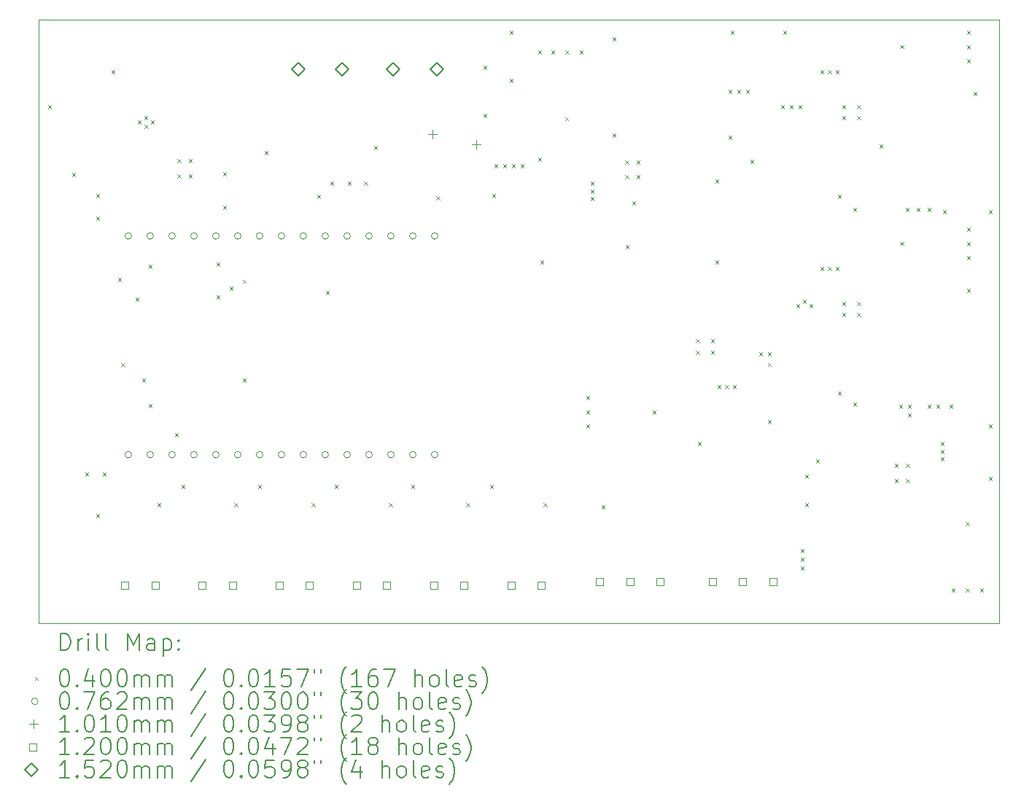
<source format=gbr>
%TF.GenerationSoftware,KiCad,Pcbnew,7.0.10*%
%TF.CreationDate,2024-02-13T14:16:56+07:00*%
%TF.ProjectId,AniSignage v2,416e6953-6967-46e6-9167-652076322e6b,rev?*%
%TF.SameCoordinates,Original*%
%TF.FileFunction,Drillmap*%
%TF.FilePolarity,Positive*%
%FSLAX45Y45*%
G04 Gerber Fmt 4.5, Leading zero omitted, Abs format (unit mm)*
G04 Created by KiCad (PCBNEW 7.0.10) date 2024-02-13 14:16:56*
%MOMM*%
%LPD*%
G01*
G04 APERTURE LIST*
%ADD10C,0.100000*%
%ADD11C,0.200000*%
%ADD12C,0.101000*%
%ADD13C,0.120000*%
%ADD14C,0.152000*%
G04 APERTURE END LIST*
D10*
X8331200Y-4978400D02*
X19481800Y-4978400D01*
X19481800Y-11988800D01*
X8331200Y-11988800D01*
X8331200Y-4978400D01*
D11*
D10*
X8438200Y-5974400D02*
X8478200Y-6014400D01*
X8478200Y-5974400D02*
X8438200Y-6014400D01*
X8717600Y-6761800D02*
X8757600Y-6801800D01*
X8757600Y-6761800D02*
X8717600Y-6801800D01*
X8870000Y-10241600D02*
X8910000Y-10281600D01*
X8910000Y-10241600D02*
X8870000Y-10281600D01*
X8997000Y-7003200D02*
X9037000Y-7043200D01*
X9037000Y-7003200D02*
X8997000Y-7043200D01*
X8997000Y-7269800D02*
X9037000Y-7309800D01*
X9037000Y-7269800D02*
X8997000Y-7309800D01*
X8997000Y-10724200D02*
X9037000Y-10764200D01*
X9037000Y-10724200D02*
X8997000Y-10764200D01*
X9073200Y-10241600D02*
X9113200Y-10281600D01*
X9113200Y-10241600D02*
X9073200Y-10281600D01*
X9174800Y-5568000D02*
X9214800Y-5608000D01*
X9214800Y-5568000D02*
X9174800Y-5608000D01*
X9251000Y-7981000D02*
X9291000Y-8021000D01*
X9291000Y-7981000D02*
X9251000Y-8021000D01*
X9289100Y-8971600D02*
X9329100Y-9011600D01*
X9329100Y-8971600D02*
X9289100Y-9011600D01*
X9454200Y-8209600D02*
X9494200Y-8249600D01*
X9494200Y-8209600D02*
X9454200Y-8249600D01*
X9479600Y-6152200D02*
X9519600Y-6192200D01*
X9519600Y-6152200D02*
X9479600Y-6192200D01*
X9530400Y-9149400D02*
X9570400Y-9189400D01*
X9570400Y-9149400D02*
X9530400Y-9189400D01*
X9555800Y-6101400D02*
X9595800Y-6141400D01*
X9595800Y-6101400D02*
X9555800Y-6141400D01*
X9558600Y-6201700D02*
X9598600Y-6241700D01*
X9598600Y-6201700D02*
X9558600Y-6241700D01*
X9606600Y-7828600D02*
X9646600Y-7868600D01*
X9646600Y-7828600D02*
X9606600Y-7868600D01*
X9606600Y-9441500D02*
X9646600Y-9481500D01*
X9646600Y-9441500D02*
X9606600Y-9481500D01*
X9632000Y-6152200D02*
X9672000Y-6192200D01*
X9672000Y-6152200D02*
X9632000Y-6192200D01*
X9708200Y-10597200D02*
X9748200Y-10637200D01*
X9748200Y-10597200D02*
X9708200Y-10637200D01*
X9911400Y-9784400D02*
X9951400Y-9824400D01*
X9951400Y-9784400D02*
X9911400Y-9824400D01*
X9941500Y-6598100D02*
X9981500Y-6638100D01*
X9981500Y-6598100D02*
X9941500Y-6638100D01*
X9941500Y-6773100D02*
X9981500Y-6813100D01*
X9981500Y-6773100D02*
X9941500Y-6813100D01*
X9987600Y-10381400D02*
X10027600Y-10421400D01*
X10027600Y-10381400D02*
X9987600Y-10421400D01*
X10072500Y-6598100D02*
X10112500Y-6638100D01*
X10112500Y-6598100D02*
X10072500Y-6638100D01*
X10072500Y-6773100D02*
X10112500Y-6813100D01*
X10112500Y-6773100D02*
X10072500Y-6813100D01*
X10394000Y-7803200D02*
X10434000Y-7843200D01*
X10434000Y-7803200D02*
X10394000Y-7843200D01*
X10394000Y-8184200D02*
X10434000Y-8224200D01*
X10434000Y-8184200D02*
X10394000Y-8224200D01*
X10470200Y-6749100D02*
X10510200Y-6789100D01*
X10510200Y-6749100D02*
X10470200Y-6789100D01*
X10470200Y-7142800D02*
X10510200Y-7182800D01*
X10510200Y-7142800D02*
X10470200Y-7182800D01*
X10546400Y-8082600D02*
X10586400Y-8122600D01*
X10586400Y-8082600D02*
X10546400Y-8122600D01*
X10604730Y-10597200D02*
X10644730Y-10637200D01*
X10644730Y-10597200D02*
X10604730Y-10637200D01*
X10698800Y-7999800D02*
X10738800Y-8039800D01*
X10738800Y-7999800D02*
X10698800Y-8039800D01*
X10698800Y-9149400D02*
X10738800Y-9189400D01*
X10738800Y-9149400D02*
X10698800Y-9189400D01*
X10876600Y-10381400D02*
X10916600Y-10421400D01*
X10916600Y-10381400D02*
X10876600Y-10421400D01*
X10952800Y-6507800D02*
X10992800Y-6547800D01*
X10992800Y-6507800D02*
X10952800Y-6547800D01*
X11501259Y-10597200D02*
X11541259Y-10637200D01*
X11541259Y-10597200D02*
X11501259Y-10637200D01*
X11562400Y-7015800D02*
X11602400Y-7055800D01*
X11602400Y-7015800D02*
X11562400Y-7055800D01*
X11664000Y-8133400D02*
X11704000Y-8173400D01*
X11704000Y-8133400D02*
X11664000Y-8173400D01*
X11714800Y-6863400D02*
X11754800Y-6903400D01*
X11754800Y-6863400D02*
X11714800Y-6903400D01*
X11765600Y-10381400D02*
X11805600Y-10421400D01*
X11805600Y-10381400D02*
X11765600Y-10421400D01*
X11918000Y-6863400D02*
X11958000Y-6903400D01*
X11958000Y-6863400D02*
X11918000Y-6903400D01*
X12108500Y-6863400D02*
X12148500Y-6903400D01*
X12148500Y-6863400D02*
X12108500Y-6903400D01*
X12222800Y-6444300D02*
X12262800Y-6484300D01*
X12262800Y-6444300D02*
X12222800Y-6484300D01*
X12397788Y-10597200D02*
X12437788Y-10637200D01*
X12437788Y-10597200D02*
X12397788Y-10637200D01*
X12654600Y-10381400D02*
X12694600Y-10421400D01*
X12694600Y-10381400D02*
X12654600Y-10421400D01*
X12946700Y-7028500D02*
X12986700Y-7068500D01*
X12986700Y-7028500D02*
X12946700Y-7068500D01*
X13294318Y-10597200D02*
X13334318Y-10637200D01*
X13334318Y-10597200D02*
X13294318Y-10637200D01*
X13492800Y-5517200D02*
X13532800Y-5557200D01*
X13532800Y-5517200D02*
X13492800Y-5557200D01*
X13492800Y-6076000D02*
X13532800Y-6116000D01*
X13532800Y-6076000D02*
X13492800Y-6116000D01*
X13569000Y-10381400D02*
X13609000Y-10421400D01*
X13609000Y-10381400D02*
X13569000Y-10421400D01*
X13594400Y-7003100D02*
X13634400Y-7043100D01*
X13634400Y-7003100D02*
X13594400Y-7043100D01*
X13619800Y-6660200D02*
X13659800Y-6700200D01*
X13659800Y-6660200D02*
X13619800Y-6700200D01*
X13721400Y-6660200D02*
X13761400Y-6700200D01*
X13761400Y-6660200D02*
X13721400Y-6700200D01*
X13797600Y-5110800D02*
X13837600Y-5150800D01*
X13837600Y-5110800D02*
X13797600Y-5150800D01*
X13797600Y-5669600D02*
X13837600Y-5709600D01*
X13837600Y-5669600D02*
X13797600Y-5709600D01*
X13823000Y-6660200D02*
X13863000Y-6700200D01*
X13863000Y-6660200D02*
X13823000Y-6700200D01*
X13924600Y-6660200D02*
X13964600Y-6700200D01*
X13964600Y-6660200D02*
X13924600Y-6700200D01*
X14127800Y-5339400D02*
X14167800Y-5379400D01*
X14167800Y-5339400D02*
X14127800Y-5379400D01*
X14127800Y-6584000D02*
X14167800Y-6624000D01*
X14167800Y-6584000D02*
X14127800Y-6624000D01*
X14153200Y-7777800D02*
X14193200Y-7817800D01*
X14193200Y-7777800D02*
X14153200Y-7817800D01*
X14190847Y-10597200D02*
X14230847Y-10637200D01*
X14230847Y-10597200D02*
X14190847Y-10637200D01*
X14280200Y-5339400D02*
X14320200Y-5379400D01*
X14320200Y-5339400D02*
X14280200Y-5379400D01*
X14441400Y-6110200D02*
X14481400Y-6150200D01*
X14481400Y-6110200D02*
X14441400Y-6150200D01*
X14445300Y-5339400D02*
X14485300Y-5379400D01*
X14485300Y-5339400D02*
X14445300Y-5379400D01*
X14610400Y-5339400D02*
X14650400Y-5379400D01*
X14650400Y-5339400D02*
X14610400Y-5379400D01*
X14686600Y-9352600D02*
X14726600Y-9392600D01*
X14726600Y-9352600D02*
X14686600Y-9392600D01*
X14686600Y-9517700D02*
X14726600Y-9557700D01*
X14726600Y-9517700D02*
X14686600Y-9557700D01*
X14686600Y-9682800D02*
X14726600Y-9722800D01*
X14726600Y-9682800D02*
X14686600Y-9722800D01*
X14737400Y-6863400D02*
X14777400Y-6903400D01*
X14777400Y-6863400D02*
X14737400Y-6903400D01*
X14737400Y-6952300D02*
X14777400Y-6992300D01*
X14777400Y-6952300D02*
X14737400Y-6992300D01*
X14737400Y-7041200D02*
X14777400Y-7081200D01*
X14777400Y-7041200D02*
X14737400Y-7081200D01*
X14864400Y-10622600D02*
X14904400Y-10662600D01*
X14904400Y-10622600D02*
X14864400Y-10662600D01*
X14991400Y-5187000D02*
X15031400Y-5227000D01*
X15031400Y-5187000D02*
X14991400Y-5227000D01*
X14991400Y-6304600D02*
X15031400Y-6344600D01*
X15031400Y-6304600D02*
X14991400Y-6344600D01*
X15139800Y-6612200D02*
X15179800Y-6652200D01*
X15179800Y-6612200D02*
X15139800Y-6652200D01*
X15139800Y-6787200D02*
X15179800Y-6827200D01*
X15179800Y-6787200D02*
X15139800Y-6827200D01*
X15143800Y-7600000D02*
X15183800Y-7640000D01*
X15183800Y-7600000D02*
X15143800Y-7640000D01*
X15220000Y-7092000D02*
X15260000Y-7132000D01*
X15260000Y-7092000D02*
X15220000Y-7132000D01*
X15270800Y-6612200D02*
X15310800Y-6652200D01*
X15310800Y-6612200D02*
X15270800Y-6652200D01*
X15270800Y-6787200D02*
X15310800Y-6827200D01*
X15310800Y-6787200D02*
X15270800Y-6827200D01*
X15457400Y-9521600D02*
X15497400Y-9561600D01*
X15497400Y-9521600D02*
X15457400Y-9561600D01*
X15959400Y-8692200D02*
X15999400Y-8732200D01*
X15999400Y-8692200D02*
X15959400Y-8732200D01*
X15959400Y-8823200D02*
X15999400Y-8863200D01*
X15999400Y-8823200D02*
X15959400Y-8863200D01*
X15982000Y-9886000D02*
X16022000Y-9926000D01*
X16022000Y-9886000D02*
X15982000Y-9926000D01*
X16134400Y-8692200D02*
X16174400Y-8732200D01*
X16174400Y-8692200D02*
X16134400Y-8732200D01*
X16134400Y-8823200D02*
X16174400Y-8863200D01*
X16174400Y-8823200D02*
X16134400Y-8863200D01*
X16185200Y-6838000D02*
X16225200Y-6878000D01*
X16225200Y-6838000D02*
X16185200Y-6878000D01*
X16185200Y-7777800D02*
X16225200Y-7817800D01*
X16225200Y-7777800D02*
X16185200Y-7817800D01*
X16210600Y-9225600D02*
X16250600Y-9265600D01*
X16250600Y-9225600D02*
X16210600Y-9265600D01*
X16299500Y-9225600D02*
X16339500Y-9265600D01*
X16339500Y-9225600D02*
X16299500Y-9265600D01*
X16337600Y-5796600D02*
X16377600Y-5836600D01*
X16377600Y-5796600D02*
X16337600Y-5836600D01*
X16337600Y-6330000D02*
X16377600Y-6370000D01*
X16377600Y-6330000D02*
X16337600Y-6370000D01*
X16363000Y-5110800D02*
X16403000Y-5150800D01*
X16403000Y-5110800D02*
X16363000Y-5150800D01*
X16388400Y-9225600D02*
X16428400Y-9265600D01*
X16428400Y-9225600D02*
X16388400Y-9265600D01*
X16439200Y-5796600D02*
X16479200Y-5836600D01*
X16479200Y-5796600D02*
X16439200Y-5836600D01*
X16540800Y-5796600D02*
X16580800Y-5836600D01*
X16580800Y-5796600D02*
X16540800Y-5836600D01*
X16591600Y-6609400D02*
X16631600Y-6649400D01*
X16631600Y-6609400D02*
X16591600Y-6649400D01*
X16693200Y-8844600D02*
X16733200Y-8884600D01*
X16733200Y-8844600D02*
X16693200Y-8884600D01*
X16794800Y-8844600D02*
X16834800Y-8884600D01*
X16834800Y-8844600D02*
X16794800Y-8884600D01*
X16794800Y-8965300D02*
X16834800Y-9005300D01*
X16834800Y-8965300D02*
X16794800Y-9005300D01*
X16794800Y-9632000D02*
X16834800Y-9672000D01*
X16834800Y-9632000D02*
X16794800Y-9672000D01*
X16947200Y-5974400D02*
X16987200Y-6014400D01*
X16987200Y-5974400D02*
X16947200Y-6014400D01*
X16972600Y-5110800D02*
X17012600Y-5150800D01*
X17012600Y-5110800D02*
X16972600Y-5150800D01*
X17048800Y-5974400D02*
X17088800Y-6014400D01*
X17088800Y-5974400D02*
X17048800Y-6014400D01*
X17125000Y-8285800D02*
X17165000Y-8325800D01*
X17165000Y-8285800D02*
X17125000Y-8325800D01*
X17150400Y-5974400D02*
X17190400Y-6014400D01*
X17190400Y-5974400D02*
X17150400Y-6014400D01*
X17175800Y-11130600D02*
X17215800Y-11170600D01*
X17215800Y-11130600D02*
X17175800Y-11170600D01*
X17175800Y-11232200D02*
X17215800Y-11272200D01*
X17215800Y-11232200D02*
X17175800Y-11272200D01*
X17175800Y-11333800D02*
X17215800Y-11373800D01*
X17215800Y-11333800D02*
X17175800Y-11373800D01*
X17201200Y-8235000D02*
X17241200Y-8275000D01*
X17241200Y-8235000D02*
X17201200Y-8275000D01*
X17226600Y-10267000D02*
X17266600Y-10307000D01*
X17266600Y-10267000D02*
X17226600Y-10307000D01*
X17226600Y-10597200D02*
X17266600Y-10637200D01*
X17266600Y-10597200D02*
X17226600Y-10637200D01*
X17277400Y-8285800D02*
X17317400Y-8325800D01*
X17317400Y-8285800D02*
X17277400Y-8325800D01*
X17353600Y-10089200D02*
X17393600Y-10129200D01*
X17393600Y-10089200D02*
X17353600Y-10129200D01*
X17404400Y-5568000D02*
X17444400Y-5608000D01*
X17444400Y-5568000D02*
X17404400Y-5608000D01*
X17404400Y-7854000D02*
X17444400Y-7894000D01*
X17444400Y-7854000D02*
X17404400Y-7894000D01*
X17493300Y-5568000D02*
X17533300Y-5608000D01*
X17533300Y-5568000D02*
X17493300Y-5608000D01*
X17493300Y-7854000D02*
X17533300Y-7894000D01*
X17533300Y-7854000D02*
X17493300Y-7894000D01*
X17582200Y-5568000D02*
X17622200Y-5608000D01*
X17622200Y-5568000D02*
X17582200Y-5608000D01*
X17582200Y-7854000D02*
X17622200Y-7894000D01*
X17622200Y-7854000D02*
X17582200Y-7894000D01*
X17607600Y-7015800D02*
X17647600Y-7055800D01*
X17647600Y-7015800D02*
X17607600Y-7055800D01*
X17607600Y-9301800D02*
X17647600Y-9341800D01*
X17647600Y-9301800D02*
X17607600Y-9341800D01*
X17658400Y-5970400D02*
X17698400Y-6010400D01*
X17698400Y-5970400D02*
X17658400Y-6010400D01*
X17658400Y-6101400D02*
X17698400Y-6141400D01*
X17698400Y-6101400D02*
X17658400Y-6141400D01*
X17658400Y-8256400D02*
X17698400Y-8296400D01*
X17698400Y-8256400D02*
X17658400Y-8296400D01*
X17658400Y-8387400D02*
X17698400Y-8427400D01*
X17698400Y-8387400D02*
X17658400Y-8427400D01*
X17785400Y-7168200D02*
X17825400Y-7208200D01*
X17825400Y-7168200D02*
X17785400Y-7208200D01*
X17785400Y-9428800D02*
X17825400Y-9468800D01*
X17825400Y-9428800D02*
X17785400Y-9468800D01*
X17833400Y-5970400D02*
X17873400Y-6010400D01*
X17873400Y-5970400D02*
X17833400Y-6010400D01*
X17833400Y-6101400D02*
X17873400Y-6141400D01*
X17873400Y-6101400D02*
X17833400Y-6141400D01*
X17833400Y-8256400D02*
X17873400Y-8296400D01*
X17873400Y-8256400D02*
X17833400Y-8296400D01*
X17833400Y-8387400D02*
X17873400Y-8427400D01*
X17873400Y-8387400D02*
X17833400Y-8427400D01*
X18090200Y-6431600D02*
X18130200Y-6471600D01*
X18130200Y-6431600D02*
X18090200Y-6471600D01*
X18268000Y-10140000D02*
X18308000Y-10180000D01*
X18308000Y-10140000D02*
X18268000Y-10180000D01*
X18268000Y-10315000D02*
X18308000Y-10355000D01*
X18308000Y-10315000D02*
X18268000Y-10355000D01*
X18318800Y-9454200D02*
X18358800Y-9494200D01*
X18358800Y-9454200D02*
X18318800Y-9494200D01*
X18335400Y-5272000D02*
X18375400Y-5312000D01*
X18375400Y-5272000D02*
X18335400Y-5312000D01*
X18335400Y-7558000D02*
X18375400Y-7598000D01*
X18375400Y-7558000D02*
X18335400Y-7598000D01*
X18395000Y-7168200D02*
X18435000Y-7208200D01*
X18435000Y-7168200D02*
X18395000Y-7208200D01*
X18399000Y-10140000D02*
X18439000Y-10180000D01*
X18439000Y-10140000D02*
X18399000Y-10180000D01*
X18399000Y-10315000D02*
X18439000Y-10355000D01*
X18439000Y-10315000D02*
X18399000Y-10355000D01*
X18420400Y-9454200D02*
X18460400Y-9494200D01*
X18460400Y-9454200D02*
X18420400Y-9494200D01*
X18420400Y-9555800D02*
X18460400Y-9595800D01*
X18460400Y-9555800D02*
X18420400Y-9595800D01*
X18522000Y-7168200D02*
X18562000Y-7208200D01*
X18562000Y-7168200D02*
X18522000Y-7208200D01*
X18649000Y-7168200D02*
X18689000Y-7208200D01*
X18689000Y-7168200D02*
X18649000Y-7208200D01*
X18649000Y-9454200D02*
X18689000Y-9494200D01*
X18689000Y-9454200D02*
X18649000Y-9494200D01*
X18750600Y-9454200D02*
X18790600Y-9494200D01*
X18790600Y-9454200D02*
X18750600Y-9494200D01*
X18801400Y-9886000D02*
X18841400Y-9926000D01*
X18841400Y-9886000D02*
X18801400Y-9926000D01*
X18801400Y-9974900D02*
X18841400Y-10014900D01*
X18841400Y-9974900D02*
X18801400Y-10014900D01*
X18801400Y-10063800D02*
X18841400Y-10103800D01*
X18841400Y-10063800D02*
X18801400Y-10103800D01*
X18826800Y-7193600D02*
X18866800Y-7233600D01*
X18866800Y-7193600D02*
X18826800Y-7233600D01*
X18903000Y-9454200D02*
X18943000Y-9494200D01*
X18943000Y-9454200D02*
X18903000Y-9494200D01*
X18928400Y-11587800D02*
X18968400Y-11627800D01*
X18968400Y-11587800D02*
X18928400Y-11627800D01*
X19093500Y-11587800D02*
X19133500Y-11627800D01*
X19133500Y-11587800D02*
X19093500Y-11627800D01*
X19097400Y-10817000D02*
X19137400Y-10857000D01*
X19137400Y-10817000D02*
X19097400Y-10857000D01*
X19106200Y-5110800D02*
X19146200Y-5150800D01*
X19146200Y-5110800D02*
X19106200Y-5150800D01*
X19106200Y-5275900D02*
X19146200Y-5315900D01*
X19146200Y-5275900D02*
X19106200Y-5315900D01*
X19106200Y-5441000D02*
X19146200Y-5481000D01*
X19146200Y-5441000D02*
X19106200Y-5481000D01*
X19106200Y-7396800D02*
X19146200Y-7436800D01*
X19146200Y-7396800D02*
X19106200Y-7436800D01*
X19106200Y-7561900D02*
X19146200Y-7601900D01*
X19146200Y-7561900D02*
X19106200Y-7601900D01*
X19106200Y-7727000D02*
X19146200Y-7767000D01*
X19146200Y-7727000D02*
X19106200Y-7767000D01*
X19106200Y-8108000D02*
X19146200Y-8148000D01*
X19146200Y-8108000D02*
X19106200Y-8148000D01*
X19182400Y-5822000D02*
X19222400Y-5862000D01*
X19222400Y-5822000D02*
X19182400Y-5862000D01*
X19258600Y-11587800D02*
X19298600Y-11627800D01*
X19298600Y-11587800D02*
X19258600Y-11627800D01*
X19360200Y-7193600D02*
X19400200Y-7233600D01*
X19400200Y-7193600D02*
X19360200Y-7233600D01*
X19360200Y-9682800D02*
X19400200Y-9722800D01*
X19400200Y-9682800D02*
X19360200Y-9722800D01*
X19360200Y-10292400D02*
X19400200Y-10332400D01*
X19400200Y-10292400D02*
X19360200Y-10332400D01*
X9410700Y-7491730D02*
G75*
G03*
X9334500Y-7491730I-38100J0D01*
G01*
X9334500Y-7491730D02*
G75*
G03*
X9410700Y-7491730I38100J0D01*
G01*
X9410700Y-10031730D02*
G75*
G03*
X9334500Y-10031730I-38100J0D01*
G01*
X9334500Y-10031730D02*
G75*
G03*
X9410700Y-10031730I38100J0D01*
G01*
X9664700Y-7491730D02*
G75*
G03*
X9588500Y-7491730I-38100J0D01*
G01*
X9588500Y-7491730D02*
G75*
G03*
X9664700Y-7491730I38100J0D01*
G01*
X9664700Y-10031730D02*
G75*
G03*
X9588500Y-10031730I-38100J0D01*
G01*
X9588500Y-10031730D02*
G75*
G03*
X9664700Y-10031730I38100J0D01*
G01*
X9918700Y-7491730D02*
G75*
G03*
X9842500Y-7491730I-38100J0D01*
G01*
X9842500Y-7491730D02*
G75*
G03*
X9918700Y-7491730I38100J0D01*
G01*
X9918700Y-10031730D02*
G75*
G03*
X9842500Y-10031730I-38100J0D01*
G01*
X9842500Y-10031730D02*
G75*
G03*
X9918700Y-10031730I38100J0D01*
G01*
X10172700Y-7491730D02*
G75*
G03*
X10096500Y-7491730I-38100J0D01*
G01*
X10096500Y-7491730D02*
G75*
G03*
X10172700Y-7491730I38100J0D01*
G01*
X10172700Y-10031730D02*
G75*
G03*
X10096500Y-10031730I-38100J0D01*
G01*
X10096500Y-10031730D02*
G75*
G03*
X10172700Y-10031730I38100J0D01*
G01*
X10426700Y-7491730D02*
G75*
G03*
X10350500Y-7491730I-38100J0D01*
G01*
X10350500Y-7491730D02*
G75*
G03*
X10426700Y-7491730I38100J0D01*
G01*
X10426700Y-10031730D02*
G75*
G03*
X10350500Y-10031730I-38100J0D01*
G01*
X10350500Y-10031730D02*
G75*
G03*
X10426700Y-10031730I38100J0D01*
G01*
X10680700Y-7491730D02*
G75*
G03*
X10604500Y-7491730I-38100J0D01*
G01*
X10604500Y-7491730D02*
G75*
G03*
X10680700Y-7491730I38100J0D01*
G01*
X10680700Y-10031730D02*
G75*
G03*
X10604500Y-10031730I-38100J0D01*
G01*
X10604500Y-10031730D02*
G75*
G03*
X10680700Y-10031730I38100J0D01*
G01*
X10934700Y-7491730D02*
G75*
G03*
X10858500Y-7491730I-38100J0D01*
G01*
X10858500Y-7491730D02*
G75*
G03*
X10934700Y-7491730I38100J0D01*
G01*
X10934700Y-10031730D02*
G75*
G03*
X10858500Y-10031730I-38100J0D01*
G01*
X10858500Y-10031730D02*
G75*
G03*
X10934700Y-10031730I38100J0D01*
G01*
X11188700Y-7491730D02*
G75*
G03*
X11112500Y-7491730I-38100J0D01*
G01*
X11112500Y-7491730D02*
G75*
G03*
X11188700Y-7491730I38100J0D01*
G01*
X11188700Y-10031730D02*
G75*
G03*
X11112500Y-10031730I-38100J0D01*
G01*
X11112500Y-10031730D02*
G75*
G03*
X11188700Y-10031730I38100J0D01*
G01*
X11442700Y-7491730D02*
G75*
G03*
X11366500Y-7491730I-38100J0D01*
G01*
X11366500Y-7491730D02*
G75*
G03*
X11442700Y-7491730I38100J0D01*
G01*
X11442700Y-10031730D02*
G75*
G03*
X11366500Y-10031730I-38100J0D01*
G01*
X11366500Y-10031730D02*
G75*
G03*
X11442700Y-10031730I38100J0D01*
G01*
X11696700Y-7491730D02*
G75*
G03*
X11620500Y-7491730I-38100J0D01*
G01*
X11620500Y-7491730D02*
G75*
G03*
X11696700Y-7491730I38100J0D01*
G01*
X11696700Y-10031730D02*
G75*
G03*
X11620500Y-10031730I-38100J0D01*
G01*
X11620500Y-10031730D02*
G75*
G03*
X11696700Y-10031730I38100J0D01*
G01*
X11950700Y-7491730D02*
G75*
G03*
X11874500Y-7491730I-38100J0D01*
G01*
X11874500Y-7491730D02*
G75*
G03*
X11950700Y-7491730I38100J0D01*
G01*
X11950700Y-10031730D02*
G75*
G03*
X11874500Y-10031730I-38100J0D01*
G01*
X11874500Y-10031730D02*
G75*
G03*
X11950700Y-10031730I38100J0D01*
G01*
X12204700Y-7491730D02*
G75*
G03*
X12128500Y-7491730I-38100J0D01*
G01*
X12128500Y-7491730D02*
G75*
G03*
X12204700Y-7491730I38100J0D01*
G01*
X12204700Y-10031730D02*
G75*
G03*
X12128500Y-10031730I-38100J0D01*
G01*
X12128500Y-10031730D02*
G75*
G03*
X12204700Y-10031730I38100J0D01*
G01*
X12458700Y-7491730D02*
G75*
G03*
X12382500Y-7491730I-38100J0D01*
G01*
X12382500Y-7491730D02*
G75*
G03*
X12458700Y-7491730I38100J0D01*
G01*
X12458700Y-10031730D02*
G75*
G03*
X12382500Y-10031730I-38100J0D01*
G01*
X12382500Y-10031730D02*
G75*
G03*
X12458700Y-10031730I38100J0D01*
G01*
X12712700Y-7491730D02*
G75*
G03*
X12636500Y-7491730I-38100J0D01*
G01*
X12636500Y-7491730D02*
G75*
G03*
X12712700Y-7491730I38100J0D01*
G01*
X12712700Y-10031730D02*
G75*
G03*
X12636500Y-10031730I-38100J0D01*
G01*
X12636500Y-10031730D02*
G75*
G03*
X12712700Y-10031730I38100J0D01*
G01*
X12966700Y-7491730D02*
G75*
G03*
X12890500Y-7491730I-38100J0D01*
G01*
X12890500Y-7491730D02*
G75*
G03*
X12966700Y-7491730I38100J0D01*
G01*
X12966700Y-10031730D02*
G75*
G03*
X12890500Y-10031730I-38100J0D01*
G01*
X12890500Y-10031730D02*
G75*
G03*
X12966700Y-10031730I38100J0D01*
G01*
D12*
X12901200Y-6255700D02*
X12901200Y-6356700D01*
X12850700Y-6306200D02*
X12951700Y-6306200D01*
X13411200Y-6375700D02*
X13411200Y-6476700D01*
X13360700Y-6426200D02*
X13461700Y-6426200D01*
D13*
X9376727Y-11589427D02*
X9376727Y-11504573D01*
X9291873Y-11504573D01*
X9291873Y-11589427D01*
X9376727Y-11589427D01*
X9726727Y-11589427D02*
X9726727Y-11504573D01*
X9641873Y-11504573D01*
X9641873Y-11589427D01*
X9726727Y-11589427D01*
X10273256Y-11589427D02*
X10273256Y-11504573D01*
X10188403Y-11504573D01*
X10188403Y-11589427D01*
X10273256Y-11589427D01*
X10623256Y-11589427D02*
X10623256Y-11504573D01*
X10538403Y-11504573D01*
X10538403Y-11589427D01*
X10623256Y-11589427D01*
X11169786Y-11589427D02*
X11169786Y-11504573D01*
X11084932Y-11504573D01*
X11084932Y-11589427D01*
X11169786Y-11589427D01*
X11519786Y-11589427D02*
X11519786Y-11504573D01*
X11434932Y-11504573D01*
X11434932Y-11589427D01*
X11519786Y-11589427D01*
X12066315Y-11589427D02*
X12066315Y-11504573D01*
X11981462Y-11504573D01*
X11981462Y-11589427D01*
X12066315Y-11589427D01*
X12416315Y-11589427D02*
X12416315Y-11504573D01*
X12331462Y-11504573D01*
X12331462Y-11589427D01*
X12416315Y-11589427D01*
X12962845Y-11589427D02*
X12962845Y-11504573D01*
X12877991Y-11504573D01*
X12877991Y-11589427D01*
X12962845Y-11589427D01*
X13312845Y-11589427D02*
X13312845Y-11504573D01*
X13227991Y-11504573D01*
X13227991Y-11589427D01*
X13312845Y-11589427D01*
X13859374Y-11589427D02*
X13859374Y-11504573D01*
X13774521Y-11504573D01*
X13774521Y-11589427D01*
X13859374Y-11589427D01*
X14209374Y-11589427D02*
X14209374Y-11504573D01*
X14124521Y-11504573D01*
X14124521Y-11589427D01*
X14209374Y-11589427D01*
X14887227Y-11548627D02*
X14887227Y-11463773D01*
X14802373Y-11463773D01*
X14802373Y-11548627D01*
X14887227Y-11548627D01*
X15237227Y-11548627D02*
X15237227Y-11463773D01*
X15152373Y-11463773D01*
X15152373Y-11548627D01*
X15237227Y-11548627D01*
X15587227Y-11548627D02*
X15587227Y-11463773D01*
X15502373Y-11463773D01*
X15502373Y-11548627D01*
X15587227Y-11548627D01*
X16196827Y-11548627D02*
X16196827Y-11463773D01*
X16111973Y-11463773D01*
X16111973Y-11548627D01*
X16196827Y-11548627D01*
X16546827Y-11548627D02*
X16546827Y-11463773D01*
X16461973Y-11463773D01*
X16461973Y-11548627D01*
X16546827Y-11548627D01*
X16896827Y-11548627D02*
X16896827Y-11463773D01*
X16811973Y-11463773D01*
X16811973Y-11548627D01*
X16896827Y-11548627D01*
D14*
X11348300Y-5633500D02*
X11424300Y-5557500D01*
X11348300Y-5481500D01*
X11272300Y-5557500D01*
X11348300Y-5633500D01*
X11856300Y-5633500D02*
X11932300Y-5557500D01*
X11856300Y-5481500D01*
X11780300Y-5557500D01*
X11856300Y-5633500D01*
X12446000Y-5633500D02*
X12522000Y-5557500D01*
X12446000Y-5481500D01*
X12370000Y-5557500D01*
X12446000Y-5633500D01*
X12954000Y-5633500D02*
X13030000Y-5557500D01*
X12954000Y-5481500D01*
X12878000Y-5557500D01*
X12954000Y-5633500D01*
D11*
X8586977Y-12305284D02*
X8586977Y-12105284D01*
X8586977Y-12105284D02*
X8634596Y-12105284D01*
X8634596Y-12105284D02*
X8663167Y-12114808D01*
X8663167Y-12114808D02*
X8682215Y-12133855D01*
X8682215Y-12133855D02*
X8691739Y-12152903D01*
X8691739Y-12152903D02*
X8701263Y-12190998D01*
X8701263Y-12190998D02*
X8701263Y-12219569D01*
X8701263Y-12219569D02*
X8691739Y-12257665D01*
X8691739Y-12257665D02*
X8682215Y-12276712D01*
X8682215Y-12276712D02*
X8663167Y-12295760D01*
X8663167Y-12295760D02*
X8634596Y-12305284D01*
X8634596Y-12305284D02*
X8586977Y-12305284D01*
X8786977Y-12305284D02*
X8786977Y-12171950D01*
X8786977Y-12210046D02*
X8796501Y-12190998D01*
X8796501Y-12190998D02*
X8806024Y-12181474D01*
X8806024Y-12181474D02*
X8825072Y-12171950D01*
X8825072Y-12171950D02*
X8844120Y-12171950D01*
X8910786Y-12305284D02*
X8910786Y-12171950D01*
X8910786Y-12105284D02*
X8901263Y-12114808D01*
X8901263Y-12114808D02*
X8910786Y-12124331D01*
X8910786Y-12124331D02*
X8920310Y-12114808D01*
X8920310Y-12114808D02*
X8910786Y-12105284D01*
X8910786Y-12105284D02*
X8910786Y-12124331D01*
X9034596Y-12305284D02*
X9015548Y-12295760D01*
X9015548Y-12295760D02*
X9006024Y-12276712D01*
X9006024Y-12276712D02*
X9006024Y-12105284D01*
X9139358Y-12305284D02*
X9120310Y-12295760D01*
X9120310Y-12295760D02*
X9110786Y-12276712D01*
X9110786Y-12276712D02*
X9110786Y-12105284D01*
X9367929Y-12305284D02*
X9367929Y-12105284D01*
X9367929Y-12105284D02*
X9434596Y-12248141D01*
X9434596Y-12248141D02*
X9501263Y-12105284D01*
X9501263Y-12105284D02*
X9501263Y-12305284D01*
X9682215Y-12305284D02*
X9682215Y-12200522D01*
X9682215Y-12200522D02*
X9672691Y-12181474D01*
X9672691Y-12181474D02*
X9653644Y-12171950D01*
X9653644Y-12171950D02*
X9615548Y-12171950D01*
X9615548Y-12171950D02*
X9596501Y-12181474D01*
X9682215Y-12295760D02*
X9663167Y-12305284D01*
X9663167Y-12305284D02*
X9615548Y-12305284D01*
X9615548Y-12305284D02*
X9596501Y-12295760D01*
X9596501Y-12295760D02*
X9586977Y-12276712D01*
X9586977Y-12276712D02*
X9586977Y-12257665D01*
X9586977Y-12257665D02*
X9596501Y-12238617D01*
X9596501Y-12238617D02*
X9615548Y-12229093D01*
X9615548Y-12229093D02*
X9663167Y-12229093D01*
X9663167Y-12229093D02*
X9682215Y-12219569D01*
X9777453Y-12171950D02*
X9777453Y-12371950D01*
X9777453Y-12181474D02*
X9796501Y-12171950D01*
X9796501Y-12171950D02*
X9834596Y-12171950D01*
X9834596Y-12171950D02*
X9853644Y-12181474D01*
X9853644Y-12181474D02*
X9863167Y-12190998D01*
X9863167Y-12190998D02*
X9872691Y-12210046D01*
X9872691Y-12210046D02*
X9872691Y-12267188D01*
X9872691Y-12267188D02*
X9863167Y-12286236D01*
X9863167Y-12286236D02*
X9853644Y-12295760D01*
X9853644Y-12295760D02*
X9834596Y-12305284D01*
X9834596Y-12305284D02*
X9796501Y-12305284D01*
X9796501Y-12305284D02*
X9777453Y-12295760D01*
X9958405Y-12286236D02*
X9967929Y-12295760D01*
X9967929Y-12295760D02*
X9958405Y-12305284D01*
X9958405Y-12305284D02*
X9948882Y-12295760D01*
X9948882Y-12295760D02*
X9958405Y-12286236D01*
X9958405Y-12286236D02*
X9958405Y-12305284D01*
X9958405Y-12181474D02*
X9967929Y-12190998D01*
X9967929Y-12190998D02*
X9958405Y-12200522D01*
X9958405Y-12200522D02*
X9948882Y-12190998D01*
X9948882Y-12190998D02*
X9958405Y-12181474D01*
X9958405Y-12181474D02*
X9958405Y-12200522D01*
D10*
X8286200Y-12613800D02*
X8326200Y-12653800D01*
X8326200Y-12613800D02*
X8286200Y-12653800D01*
D11*
X8625072Y-12525284D02*
X8644120Y-12525284D01*
X8644120Y-12525284D02*
X8663167Y-12534808D01*
X8663167Y-12534808D02*
X8672691Y-12544331D01*
X8672691Y-12544331D02*
X8682215Y-12563379D01*
X8682215Y-12563379D02*
X8691739Y-12601474D01*
X8691739Y-12601474D02*
X8691739Y-12649093D01*
X8691739Y-12649093D02*
X8682215Y-12687188D01*
X8682215Y-12687188D02*
X8672691Y-12706236D01*
X8672691Y-12706236D02*
X8663167Y-12715760D01*
X8663167Y-12715760D02*
X8644120Y-12725284D01*
X8644120Y-12725284D02*
X8625072Y-12725284D01*
X8625072Y-12725284D02*
X8606024Y-12715760D01*
X8606024Y-12715760D02*
X8596501Y-12706236D01*
X8596501Y-12706236D02*
X8586977Y-12687188D01*
X8586977Y-12687188D02*
X8577453Y-12649093D01*
X8577453Y-12649093D02*
X8577453Y-12601474D01*
X8577453Y-12601474D02*
X8586977Y-12563379D01*
X8586977Y-12563379D02*
X8596501Y-12544331D01*
X8596501Y-12544331D02*
X8606024Y-12534808D01*
X8606024Y-12534808D02*
X8625072Y-12525284D01*
X8777453Y-12706236D02*
X8786977Y-12715760D01*
X8786977Y-12715760D02*
X8777453Y-12725284D01*
X8777453Y-12725284D02*
X8767929Y-12715760D01*
X8767929Y-12715760D02*
X8777453Y-12706236D01*
X8777453Y-12706236D02*
X8777453Y-12725284D01*
X8958405Y-12591950D02*
X8958405Y-12725284D01*
X8910786Y-12515760D02*
X8863167Y-12658617D01*
X8863167Y-12658617D02*
X8986977Y-12658617D01*
X9101263Y-12525284D02*
X9120310Y-12525284D01*
X9120310Y-12525284D02*
X9139358Y-12534808D01*
X9139358Y-12534808D02*
X9148882Y-12544331D01*
X9148882Y-12544331D02*
X9158405Y-12563379D01*
X9158405Y-12563379D02*
X9167929Y-12601474D01*
X9167929Y-12601474D02*
X9167929Y-12649093D01*
X9167929Y-12649093D02*
X9158405Y-12687188D01*
X9158405Y-12687188D02*
X9148882Y-12706236D01*
X9148882Y-12706236D02*
X9139358Y-12715760D01*
X9139358Y-12715760D02*
X9120310Y-12725284D01*
X9120310Y-12725284D02*
X9101263Y-12725284D01*
X9101263Y-12725284D02*
X9082215Y-12715760D01*
X9082215Y-12715760D02*
X9072691Y-12706236D01*
X9072691Y-12706236D02*
X9063167Y-12687188D01*
X9063167Y-12687188D02*
X9053644Y-12649093D01*
X9053644Y-12649093D02*
X9053644Y-12601474D01*
X9053644Y-12601474D02*
X9063167Y-12563379D01*
X9063167Y-12563379D02*
X9072691Y-12544331D01*
X9072691Y-12544331D02*
X9082215Y-12534808D01*
X9082215Y-12534808D02*
X9101263Y-12525284D01*
X9291739Y-12525284D02*
X9310786Y-12525284D01*
X9310786Y-12525284D02*
X9329834Y-12534808D01*
X9329834Y-12534808D02*
X9339358Y-12544331D01*
X9339358Y-12544331D02*
X9348882Y-12563379D01*
X9348882Y-12563379D02*
X9358405Y-12601474D01*
X9358405Y-12601474D02*
X9358405Y-12649093D01*
X9358405Y-12649093D02*
X9348882Y-12687188D01*
X9348882Y-12687188D02*
X9339358Y-12706236D01*
X9339358Y-12706236D02*
X9329834Y-12715760D01*
X9329834Y-12715760D02*
X9310786Y-12725284D01*
X9310786Y-12725284D02*
X9291739Y-12725284D01*
X9291739Y-12725284D02*
X9272691Y-12715760D01*
X9272691Y-12715760D02*
X9263167Y-12706236D01*
X9263167Y-12706236D02*
X9253644Y-12687188D01*
X9253644Y-12687188D02*
X9244120Y-12649093D01*
X9244120Y-12649093D02*
X9244120Y-12601474D01*
X9244120Y-12601474D02*
X9253644Y-12563379D01*
X9253644Y-12563379D02*
X9263167Y-12544331D01*
X9263167Y-12544331D02*
X9272691Y-12534808D01*
X9272691Y-12534808D02*
X9291739Y-12525284D01*
X9444120Y-12725284D02*
X9444120Y-12591950D01*
X9444120Y-12610998D02*
X9453644Y-12601474D01*
X9453644Y-12601474D02*
X9472691Y-12591950D01*
X9472691Y-12591950D02*
X9501263Y-12591950D01*
X9501263Y-12591950D02*
X9520310Y-12601474D01*
X9520310Y-12601474D02*
X9529834Y-12620522D01*
X9529834Y-12620522D02*
X9529834Y-12725284D01*
X9529834Y-12620522D02*
X9539358Y-12601474D01*
X9539358Y-12601474D02*
X9558405Y-12591950D01*
X9558405Y-12591950D02*
X9586977Y-12591950D01*
X9586977Y-12591950D02*
X9606025Y-12601474D01*
X9606025Y-12601474D02*
X9615548Y-12620522D01*
X9615548Y-12620522D02*
X9615548Y-12725284D01*
X9710786Y-12725284D02*
X9710786Y-12591950D01*
X9710786Y-12610998D02*
X9720310Y-12601474D01*
X9720310Y-12601474D02*
X9739358Y-12591950D01*
X9739358Y-12591950D02*
X9767929Y-12591950D01*
X9767929Y-12591950D02*
X9786977Y-12601474D01*
X9786977Y-12601474D02*
X9796501Y-12620522D01*
X9796501Y-12620522D02*
X9796501Y-12725284D01*
X9796501Y-12620522D02*
X9806025Y-12601474D01*
X9806025Y-12601474D02*
X9825072Y-12591950D01*
X9825072Y-12591950D02*
X9853644Y-12591950D01*
X9853644Y-12591950D02*
X9872691Y-12601474D01*
X9872691Y-12601474D02*
X9882215Y-12620522D01*
X9882215Y-12620522D02*
X9882215Y-12725284D01*
X10272691Y-12515760D02*
X10101263Y-12772903D01*
X10529834Y-12525284D02*
X10548882Y-12525284D01*
X10548882Y-12525284D02*
X10567929Y-12534808D01*
X10567929Y-12534808D02*
X10577453Y-12544331D01*
X10577453Y-12544331D02*
X10586977Y-12563379D01*
X10586977Y-12563379D02*
X10596501Y-12601474D01*
X10596501Y-12601474D02*
X10596501Y-12649093D01*
X10596501Y-12649093D02*
X10586977Y-12687188D01*
X10586977Y-12687188D02*
X10577453Y-12706236D01*
X10577453Y-12706236D02*
X10567929Y-12715760D01*
X10567929Y-12715760D02*
X10548882Y-12725284D01*
X10548882Y-12725284D02*
X10529834Y-12725284D01*
X10529834Y-12725284D02*
X10510787Y-12715760D01*
X10510787Y-12715760D02*
X10501263Y-12706236D01*
X10501263Y-12706236D02*
X10491739Y-12687188D01*
X10491739Y-12687188D02*
X10482215Y-12649093D01*
X10482215Y-12649093D02*
X10482215Y-12601474D01*
X10482215Y-12601474D02*
X10491739Y-12563379D01*
X10491739Y-12563379D02*
X10501263Y-12544331D01*
X10501263Y-12544331D02*
X10510787Y-12534808D01*
X10510787Y-12534808D02*
X10529834Y-12525284D01*
X10682215Y-12706236D02*
X10691739Y-12715760D01*
X10691739Y-12715760D02*
X10682215Y-12725284D01*
X10682215Y-12725284D02*
X10672691Y-12715760D01*
X10672691Y-12715760D02*
X10682215Y-12706236D01*
X10682215Y-12706236D02*
X10682215Y-12725284D01*
X10815548Y-12525284D02*
X10834596Y-12525284D01*
X10834596Y-12525284D02*
X10853644Y-12534808D01*
X10853644Y-12534808D02*
X10863168Y-12544331D01*
X10863168Y-12544331D02*
X10872691Y-12563379D01*
X10872691Y-12563379D02*
X10882215Y-12601474D01*
X10882215Y-12601474D02*
X10882215Y-12649093D01*
X10882215Y-12649093D02*
X10872691Y-12687188D01*
X10872691Y-12687188D02*
X10863168Y-12706236D01*
X10863168Y-12706236D02*
X10853644Y-12715760D01*
X10853644Y-12715760D02*
X10834596Y-12725284D01*
X10834596Y-12725284D02*
X10815548Y-12725284D01*
X10815548Y-12725284D02*
X10796501Y-12715760D01*
X10796501Y-12715760D02*
X10786977Y-12706236D01*
X10786977Y-12706236D02*
X10777453Y-12687188D01*
X10777453Y-12687188D02*
X10767929Y-12649093D01*
X10767929Y-12649093D02*
X10767929Y-12601474D01*
X10767929Y-12601474D02*
X10777453Y-12563379D01*
X10777453Y-12563379D02*
X10786977Y-12544331D01*
X10786977Y-12544331D02*
X10796501Y-12534808D01*
X10796501Y-12534808D02*
X10815548Y-12525284D01*
X11072691Y-12725284D02*
X10958406Y-12725284D01*
X11015548Y-12725284D02*
X11015548Y-12525284D01*
X11015548Y-12525284D02*
X10996501Y-12553855D01*
X10996501Y-12553855D02*
X10977453Y-12572903D01*
X10977453Y-12572903D02*
X10958406Y-12582427D01*
X11253644Y-12525284D02*
X11158406Y-12525284D01*
X11158406Y-12525284D02*
X11148882Y-12620522D01*
X11148882Y-12620522D02*
X11158406Y-12610998D01*
X11158406Y-12610998D02*
X11177453Y-12601474D01*
X11177453Y-12601474D02*
X11225072Y-12601474D01*
X11225072Y-12601474D02*
X11244120Y-12610998D01*
X11244120Y-12610998D02*
X11253644Y-12620522D01*
X11253644Y-12620522D02*
X11263167Y-12639569D01*
X11263167Y-12639569D02*
X11263167Y-12687188D01*
X11263167Y-12687188D02*
X11253644Y-12706236D01*
X11253644Y-12706236D02*
X11244120Y-12715760D01*
X11244120Y-12715760D02*
X11225072Y-12725284D01*
X11225072Y-12725284D02*
X11177453Y-12725284D01*
X11177453Y-12725284D02*
X11158406Y-12715760D01*
X11158406Y-12715760D02*
X11148882Y-12706236D01*
X11329834Y-12525284D02*
X11463167Y-12525284D01*
X11463167Y-12525284D02*
X11377453Y-12725284D01*
X11529834Y-12525284D02*
X11529834Y-12563379D01*
X11606025Y-12525284D02*
X11606025Y-12563379D01*
X11901263Y-12801474D02*
X11891739Y-12791950D01*
X11891739Y-12791950D02*
X11872691Y-12763379D01*
X11872691Y-12763379D02*
X11863168Y-12744331D01*
X11863168Y-12744331D02*
X11853644Y-12715760D01*
X11853644Y-12715760D02*
X11844120Y-12668141D01*
X11844120Y-12668141D02*
X11844120Y-12630046D01*
X11844120Y-12630046D02*
X11853644Y-12582427D01*
X11853644Y-12582427D02*
X11863168Y-12553855D01*
X11863168Y-12553855D02*
X11872691Y-12534808D01*
X11872691Y-12534808D02*
X11891739Y-12506236D01*
X11891739Y-12506236D02*
X11901263Y-12496712D01*
X12082215Y-12725284D02*
X11967929Y-12725284D01*
X12025072Y-12725284D02*
X12025072Y-12525284D01*
X12025072Y-12525284D02*
X12006025Y-12553855D01*
X12006025Y-12553855D02*
X11986977Y-12572903D01*
X11986977Y-12572903D02*
X11967929Y-12582427D01*
X12253644Y-12525284D02*
X12215548Y-12525284D01*
X12215548Y-12525284D02*
X12196501Y-12534808D01*
X12196501Y-12534808D02*
X12186977Y-12544331D01*
X12186977Y-12544331D02*
X12167929Y-12572903D01*
X12167929Y-12572903D02*
X12158406Y-12610998D01*
X12158406Y-12610998D02*
X12158406Y-12687188D01*
X12158406Y-12687188D02*
X12167929Y-12706236D01*
X12167929Y-12706236D02*
X12177453Y-12715760D01*
X12177453Y-12715760D02*
X12196501Y-12725284D01*
X12196501Y-12725284D02*
X12234596Y-12725284D01*
X12234596Y-12725284D02*
X12253644Y-12715760D01*
X12253644Y-12715760D02*
X12263168Y-12706236D01*
X12263168Y-12706236D02*
X12272691Y-12687188D01*
X12272691Y-12687188D02*
X12272691Y-12639569D01*
X12272691Y-12639569D02*
X12263168Y-12620522D01*
X12263168Y-12620522D02*
X12253644Y-12610998D01*
X12253644Y-12610998D02*
X12234596Y-12601474D01*
X12234596Y-12601474D02*
X12196501Y-12601474D01*
X12196501Y-12601474D02*
X12177453Y-12610998D01*
X12177453Y-12610998D02*
X12167929Y-12620522D01*
X12167929Y-12620522D02*
X12158406Y-12639569D01*
X12339358Y-12525284D02*
X12472691Y-12525284D01*
X12472691Y-12525284D02*
X12386977Y-12725284D01*
X12701263Y-12725284D02*
X12701263Y-12525284D01*
X12786977Y-12725284D02*
X12786977Y-12620522D01*
X12786977Y-12620522D02*
X12777453Y-12601474D01*
X12777453Y-12601474D02*
X12758406Y-12591950D01*
X12758406Y-12591950D02*
X12729834Y-12591950D01*
X12729834Y-12591950D02*
X12710787Y-12601474D01*
X12710787Y-12601474D02*
X12701263Y-12610998D01*
X12910787Y-12725284D02*
X12891739Y-12715760D01*
X12891739Y-12715760D02*
X12882215Y-12706236D01*
X12882215Y-12706236D02*
X12872691Y-12687188D01*
X12872691Y-12687188D02*
X12872691Y-12630046D01*
X12872691Y-12630046D02*
X12882215Y-12610998D01*
X12882215Y-12610998D02*
X12891739Y-12601474D01*
X12891739Y-12601474D02*
X12910787Y-12591950D01*
X12910787Y-12591950D02*
X12939358Y-12591950D01*
X12939358Y-12591950D02*
X12958406Y-12601474D01*
X12958406Y-12601474D02*
X12967930Y-12610998D01*
X12967930Y-12610998D02*
X12977453Y-12630046D01*
X12977453Y-12630046D02*
X12977453Y-12687188D01*
X12977453Y-12687188D02*
X12967930Y-12706236D01*
X12967930Y-12706236D02*
X12958406Y-12715760D01*
X12958406Y-12715760D02*
X12939358Y-12725284D01*
X12939358Y-12725284D02*
X12910787Y-12725284D01*
X13091739Y-12725284D02*
X13072691Y-12715760D01*
X13072691Y-12715760D02*
X13063168Y-12696712D01*
X13063168Y-12696712D02*
X13063168Y-12525284D01*
X13244120Y-12715760D02*
X13225072Y-12725284D01*
X13225072Y-12725284D02*
X13186977Y-12725284D01*
X13186977Y-12725284D02*
X13167930Y-12715760D01*
X13167930Y-12715760D02*
X13158406Y-12696712D01*
X13158406Y-12696712D02*
X13158406Y-12620522D01*
X13158406Y-12620522D02*
X13167930Y-12601474D01*
X13167930Y-12601474D02*
X13186977Y-12591950D01*
X13186977Y-12591950D02*
X13225072Y-12591950D01*
X13225072Y-12591950D02*
X13244120Y-12601474D01*
X13244120Y-12601474D02*
X13253644Y-12620522D01*
X13253644Y-12620522D02*
X13253644Y-12639569D01*
X13253644Y-12639569D02*
X13158406Y-12658617D01*
X13329834Y-12715760D02*
X13348882Y-12725284D01*
X13348882Y-12725284D02*
X13386977Y-12725284D01*
X13386977Y-12725284D02*
X13406025Y-12715760D01*
X13406025Y-12715760D02*
X13415549Y-12696712D01*
X13415549Y-12696712D02*
X13415549Y-12687188D01*
X13415549Y-12687188D02*
X13406025Y-12668141D01*
X13406025Y-12668141D02*
X13386977Y-12658617D01*
X13386977Y-12658617D02*
X13358406Y-12658617D01*
X13358406Y-12658617D02*
X13339358Y-12649093D01*
X13339358Y-12649093D02*
X13329834Y-12630046D01*
X13329834Y-12630046D02*
X13329834Y-12620522D01*
X13329834Y-12620522D02*
X13339358Y-12601474D01*
X13339358Y-12601474D02*
X13358406Y-12591950D01*
X13358406Y-12591950D02*
X13386977Y-12591950D01*
X13386977Y-12591950D02*
X13406025Y-12601474D01*
X13482215Y-12801474D02*
X13491739Y-12791950D01*
X13491739Y-12791950D02*
X13510787Y-12763379D01*
X13510787Y-12763379D02*
X13520311Y-12744331D01*
X13520311Y-12744331D02*
X13529834Y-12715760D01*
X13529834Y-12715760D02*
X13539358Y-12668141D01*
X13539358Y-12668141D02*
X13539358Y-12630046D01*
X13539358Y-12630046D02*
X13529834Y-12582427D01*
X13529834Y-12582427D02*
X13520311Y-12553855D01*
X13520311Y-12553855D02*
X13510787Y-12534808D01*
X13510787Y-12534808D02*
X13491739Y-12506236D01*
X13491739Y-12506236D02*
X13482215Y-12496712D01*
D10*
X8326200Y-12897800D02*
G75*
G03*
X8250000Y-12897800I-38100J0D01*
G01*
X8250000Y-12897800D02*
G75*
G03*
X8326200Y-12897800I38100J0D01*
G01*
D11*
X8625072Y-12789284D02*
X8644120Y-12789284D01*
X8644120Y-12789284D02*
X8663167Y-12798808D01*
X8663167Y-12798808D02*
X8672691Y-12808331D01*
X8672691Y-12808331D02*
X8682215Y-12827379D01*
X8682215Y-12827379D02*
X8691739Y-12865474D01*
X8691739Y-12865474D02*
X8691739Y-12913093D01*
X8691739Y-12913093D02*
X8682215Y-12951188D01*
X8682215Y-12951188D02*
X8672691Y-12970236D01*
X8672691Y-12970236D02*
X8663167Y-12979760D01*
X8663167Y-12979760D02*
X8644120Y-12989284D01*
X8644120Y-12989284D02*
X8625072Y-12989284D01*
X8625072Y-12989284D02*
X8606024Y-12979760D01*
X8606024Y-12979760D02*
X8596501Y-12970236D01*
X8596501Y-12970236D02*
X8586977Y-12951188D01*
X8586977Y-12951188D02*
X8577453Y-12913093D01*
X8577453Y-12913093D02*
X8577453Y-12865474D01*
X8577453Y-12865474D02*
X8586977Y-12827379D01*
X8586977Y-12827379D02*
X8596501Y-12808331D01*
X8596501Y-12808331D02*
X8606024Y-12798808D01*
X8606024Y-12798808D02*
X8625072Y-12789284D01*
X8777453Y-12970236D02*
X8786977Y-12979760D01*
X8786977Y-12979760D02*
X8777453Y-12989284D01*
X8777453Y-12989284D02*
X8767929Y-12979760D01*
X8767929Y-12979760D02*
X8777453Y-12970236D01*
X8777453Y-12970236D02*
X8777453Y-12989284D01*
X8853644Y-12789284D02*
X8986977Y-12789284D01*
X8986977Y-12789284D02*
X8901263Y-12989284D01*
X9148882Y-12789284D02*
X9110786Y-12789284D01*
X9110786Y-12789284D02*
X9091739Y-12798808D01*
X9091739Y-12798808D02*
X9082215Y-12808331D01*
X9082215Y-12808331D02*
X9063167Y-12836903D01*
X9063167Y-12836903D02*
X9053644Y-12874998D01*
X9053644Y-12874998D02*
X9053644Y-12951188D01*
X9053644Y-12951188D02*
X9063167Y-12970236D01*
X9063167Y-12970236D02*
X9072691Y-12979760D01*
X9072691Y-12979760D02*
X9091739Y-12989284D01*
X9091739Y-12989284D02*
X9129834Y-12989284D01*
X9129834Y-12989284D02*
X9148882Y-12979760D01*
X9148882Y-12979760D02*
X9158405Y-12970236D01*
X9158405Y-12970236D02*
X9167929Y-12951188D01*
X9167929Y-12951188D02*
X9167929Y-12903569D01*
X9167929Y-12903569D02*
X9158405Y-12884522D01*
X9158405Y-12884522D02*
X9148882Y-12874998D01*
X9148882Y-12874998D02*
X9129834Y-12865474D01*
X9129834Y-12865474D02*
X9091739Y-12865474D01*
X9091739Y-12865474D02*
X9072691Y-12874998D01*
X9072691Y-12874998D02*
X9063167Y-12884522D01*
X9063167Y-12884522D02*
X9053644Y-12903569D01*
X9244120Y-12808331D02*
X9253644Y-12798808D01*
X9253644Y-12798808D02*
X9272691Y-12789284D01*
X9272691Y-12789284D02*
X9320310Y-12789284D01*
X9320310Y-12789284D02*
X9339358Y-12798808D01*
X9339358Y-12798808D02*
X9348882Y-12808331D01*
X9348882Y-12808331D02*
X9358405Y-12827379D01*
X9358405Y-12827379D02*
X9358405Y-12846427D01*
X9358405Y-12846427D02*
X9348882Y-12874998D01*
X9348882Y-12874998D02*
X9234596Y-12989284D01*
X9234596Y-12989284D02*
X9358405Y-12989284D01*
X9444120Y-12989284D02*
X9444120Y-12855950D01*
X9444120Y-12874998D02*
X9453644Y-12865474D01*
X9453644Y-12865474D02*
X9472691Y-12855950D01*
X9472691Y-12855950D02*
X9501263Y-12855950D01*
X9501263Y-12855950D02*
X9520310Y-12865474D01*
X9520310Y-12865474D02*
X9529834Y-12884522D01*
X9529834Y-12884522D02*
X9529834Y-12989284D01*
X9529834Y-12884522D02*
X9539358Y-12865474D01*
X9539358Y-12865474D02*
X9558405Y-12855950D01*
X9558405Y-12855950D02*
X9586977Y-12855950D01*
X9586977Y-12855950D02*
X9606025Y-12865474D01*
X9606025Y-12865474D02*
X9615548Y-12884522D01*
X9615548Y-12884522D02*
X9615548Y-12989284D01*
X9710786Y-12989284D02*
X9710786Y-12855950D01*
X9710786Y-12874998D02*
X9720310Y-12865474D01*
X9720310Y-12865474D02*
X9739358Y-12855950D01*
X9739358Y-12855950D02*
X9767929Y-12855950D01*
X9767929Y-12855950D02*
X9786977Y-12865474D01*
X9786977Y-12865474D02*
X9796501Y-12884522D01*
X9796501Y-12884522D02*
X9796501Y-12989284D01*
X9796501Y-12884522D02*
X9806025Y-12865474D01*
X9806025Y-12865474D02*
X9825072Y-12855950D01*
X9825072Y-12855950D02*
X9853644Y-12855950D01*
X9853644Y-12855950D02*
X9872691Y-12865474D01*
X9872691Y-12865474D02*
X9882215Y-12884522D01*
X9882215Y-12884522D02*
X9882215Y-12989284D01*
X10272691Y-12779760D02*
X10101263Y-13036903D01*
X10529834Y-12789284D02*
X10548882Y-12789284D01*
X10548882Y-12789284D02*
X10567929Y-12798808D01*
X10567929Y-12798808D02*
X10577453Y-12808331D01*
X10577453Y-12808331D02*
X10586977Y-12827379D01*
X10586977Y-12827379D02*
X10596501Y-12865474D01*
X10596501Y-12865474D02*
X10596501Y-12913093D01*
X10596501Y-12913093D02*
X10586977Y-12951188D01*
X10586977Y-12951188D02*
X10577453Y-12970236D01*
X10577453Y-12970236D02*
X10567929Y-12979760D01*
X10567929Y-12979760D02*
X10548882Y-12989284D01*
X10548882Y-12989284D02*
X10529834Y-12989284D01*
X10529834Y-12989284D02*
X10510787Y-12979760D01*
X10510787Y-12979760D02*
X10501263Y-12970236D01*
X10501263Y-12970236D02*
X10491739Y-12951188D01*
X10491739Y-12951188D02*
X10482215Y-12913093D01*
X10482215Y-12913093D02*
X10482215Y-12865474D01*
X10482215Y-12865474D02*
X10491739Y-12827379D01*
X10491739Y-12827379D02*
X10501263Y-12808331D01*
X10501263Y-12808331D02*
X10510787Y-12798808D01*
X10510787Y-12798808D02*
X10529834Y-12789284D01*
X10682215Y-12970236D02*
X10691739Y-12979760D01*
X10691739Y-12979760D02*
X10682215Y-12989284D01*
X10682215Y-12989284D02*
X10672691Y-12979760D01*
X10672691Y-12979760D02*
X10682215Y-12970236D01*
X10682215Y-12970236D02*
X10682215Y-12989284D01*
X10815548Y-12789284D02*
X10834596Y-12789284D01*
X10834596Y-12789284D02*
X10853644Y-12798808D01*
X10853644Y-12798808D02*
X10863168Y-12808331D01*
X10863168Y-12808331D02*
X10872691Y-12827379D01*
X10872691Y-12827379D02*
X10882215Y-12865474D01*
X10882215Y-12865474D02*
X10882215Y-12913093D01*
X10882215Y-12913093D02*
X10872691Y-12951188D01*
X10872691Y-12951188D02*
X10863168Y-12970236D01*
X10863168Y-12970236D02*
X10853644Y-12979760D01*
X10853644Y-12979760D02*
X10834596Y-12989284D01*
X10834596Y-12989284D02*
X10815548Y-12989284D01*
X10815548Y-12989284D02*
X10796501Y-12979760D01*
X10796501Y-12979760D02*
X10786977Y-12970236D01*
X10786977Y-12970236D02*
X10777453Y-12951188D01*
X10777453Y-12951188D02*
X10767929Y-12913093D01*
X10767929Y-12913093D02*
X10767929Y-12865474D01*
X10767929Y-12865474D02*
X10777453Y-12827379D01*
X10777453Y-12827379D02*
X10786977Y-12808331D01*
X10786977Y-12808331D02*
X10796501Y-12798808D01*
X10796501Y-12798808D02*
X10815548Y-12789284D01*
X10948882Y-12789284D02*
X11072691Y-12789284D01*
X11072691Y-12789284D02*
X11006025Y-12865474D01*
X11006025Y-12865474D02*
X11034596Y-12865474D01*
X11034596Y-12865474D02*
X11053644Y-12874998D01*
X11053644Y-12874998D02*
X11063168Y-12884522D01*
X11063168Y-12884522D02*
X11072691Y-12903569D01*
X11072691Y-12903569D02*
X11072691Y-12951188D01*
X11072691Y-12951188D02*
X11063168Y-12970236D01*
X11063168Y-12970236D02*
X11053644Y-12979760D01*
X11053644Y-12979760D02*
X11034596Y-12989284D01*
X11034596Y-12989284D02*
X10977453Y-12989284D01*
X10977453Y-12989284D02*
X10958406Y-12979760D01*
X10958406Y-12979760D02*
X10948882Y-12970236D01*
X11196501Y-12789284D02*
X11215548Y-12789284D01*
X11215548Y-12789284D02*
X11234596Y-12798808D01*
X11234596Y-12798808D02*
X11244120Y-12808331D01*
X11244120Y-12808331D02*
X11253644Y-12827379D01*
X11253644Y-12827379D02*
X11263167Y-12865474D01*
X11263167Y-12865474D02*
X11263167Y-12913093D01*
X11263167Y-12913093D02*
X11253644Y-12951188D01*
X11253644Y-12951188D02*
X11244120Y-12970236D01*
X11244120Y-12970236D02*
X11234596Y-12979760D01*
X11234596Y-12979760D02*
X11215548Y-12989284D01*
X11215548Y-12989284D02*
X11196501Y-12989284D01*
X11196501Y-12989284D02*
X11177453Y-12979760D01*
X11177453Y-12979760D02*
X11167929Y-12970236D01*
X11167929Y-12970236D02*
X11158406Y-12951188D01*
X11158406Y-12951188D02*
X11148882Y-12913093D01*
X11148882Y-12913093D02*
X11148882Y-12865474D01*
X11148882Y-12865474D02*
X11158406Y-12827379D01*
X11158406Y-12827379D02*
X11167929Y-12808331D01*
X11167929Y-12808331D02*
X11177453Y-12798808D01*
X11177453Y-12798808D02*
X11196501Y-12789284D01*
X11386977Y-12789284D02*
X11406025Y-12789284D01*
X11406025Y-12789284D02*
X11425072Y-12798808D01*
X11425072Y-12798808D02*
X11434596Y-12808331D01*
X11434596Y-12808331D02*
X11444120Y-12827379D01*
X11444120Y-12827379D02*
X11453644Y-12865474D01*
X11453644Y-12865474D02*
X11453644Y-12913093D01*
X11453644Y-12913093D02*
X11444120Y-12951188D01*
X11444120Y-12951188D02*
X11434596Y-12970236D01*
X11434596Y-12970236D02*
X11425072Y-12979760D01*
X11425072Y-12979760D02*
X11406025Y-12989284D01*
X11406025Y-12989284D02*
X11386977Y-12989284D01*
X11386977Y-12989284D02*
X11367929Y-12979760D01*
X11367929Y-12979760D02*
X11358406Y-12970236D01*
X11358406Y-12970236D02*
X11348882Y-12951188D01*
X11348882Y-12951188D02*
X11339358Y-12913093D01*
X11339358Y-12913093D02*
X11339358Y-12865474D01*
X11339358Y-12865474D02*
X11348882Y-12827379D01*
X11348882Y-12827379D02*
X11358406Y-12808331D01*
X11358406Y-12808331D02*
X11367929Y-12798808D01*
X11367929Y-12798808D02*
X11386977Y-12789284D01*
X11529834Y-12789284D02*
X11529834Y-12827379D01*
X11606025Y-12789284D02*
X11606025Y-12827379D01*
X11901263Y-13065474D02*
X11891739Y-13055950D01*
X11891739Y-13055950D02*
X11872691Y-13027379D01*
X11872691Y-13027379D02*
X11863168Y-13008331D01*
X11863168Y-13008331D02*
X11853644Y-12979760D01*
X11853644Y-12979760D02*
X11844120Y-12932141D01*
X11844120Y-12932141D02*
X11844120Y-12894046D01*
X11844120Y-12894046D02*
X11853644Y-12846427D01*
X11853644Y-12846427D02*
X11863168Y-12817855D01*
X11863168Y-12817855D02*
X11872691Y-12798808D01*
X11872691Y-12798808D02*
X11891739Y-12770236D01*
X11891739Y-12770236D02*
X11901263Y-12760712D01*
X11958406Y-12789284D02*
X12082215Y-12789284D01*
X12082215Y-12789284D02*
X12015548Y-12865474D01*
X12015548Y-12865474D02*
X12044120Y-12865474D01*
X12044120Y-12865474D02*
X12063168Y-12874998D01*
X12063168Y-12874998D02*
X12072691Y-12884522D01*
X12072691Y-12884522D02*
X12082215Y-12903569D01*
X12082215Y-12903569D02*
X12082215Y-12951188D01*
X12082215Y-12951188D02*
X12072691Y-12970236D01*
X12072691Y-12970236D02*
X12063168Y-12979760D01*
X12063168Y-12979760D02*
X12044120Y-12989284D01*
X12044120Y-12989284D02*
X11986977Y-12989284D01*
X11986977Y-12989284D02*
X11967929Y-12979760D01*
X11967929Y-12979760D02*
X11958406Y-12970236D01*
X12206025Y-12789284D02*
X12225072Y-12789284D01*
X12225072Y-12789284D02*
X12244120Y-12798808D01*
X12244120Y-12798808D02*
X12253644Y-12808331D01*
X12253644Y-12808331D02*
X12263168Y-12827379D01*
X12263168Y-12827379D02*
X12272691Y-12865474D01*
X12272691Y-12865474D02*
X12272691Y-12913093D01*
X12272691Y-12913093D02*
X12263168Y-12951188D01*
X12263168Y-12951188D02*
X12253644Y-12970236D01*
X12253644Y-12970236D02*
X12244120Y-12979760D01*
X12244120Y-12979760D02*
X12225072Y-12989284D01*
X12225072Y-12989284D02*
X12206025Y-12989284D01*
X12206025Y-12989284D02*
X12186977Y-12979760D01*
X12186977Y-12979760D02*
X12177453Y-12970236D01*
X12177453Y-12970236D02*
X12167929Y-12951188D01*
X12167929Y-12951188D02*
X12158406Y-12913093D01*
X12158406Y-12913093D02*
X12158406Y-12865474D01*
X12158406Y-12865474D02*
X12167929Y-12827379D01*
X12167929Y-12827379D02*
X12177453Y-12808331D01*
X12177453Y-12808331D02*
X12186977Y-12798808D01*
X12186977Y-12798808D02*
X12206025Y-12789284D01*
X12510787Y-12989284D02*
X12510787Y-12789284D01*
X12596501Y-12989284D02*
X12596501Y-12884522D01*
X12596501Y-12884522D02*
X12586977Y-12865474D01*
X12586977Y-12865474D02*
X12567930Y-12855950D01*
X12567930Y-12855950D02*
X12539358Y-12855950D01*
X12539358Y-12855950D02*
X12520310Y-12865474D01*
X12520310Y-12865474D02*
X12510787Y-12874998D01*
X12720310Y-12989284D02*
X12701263Y-12979760D01*
X12701263Y-12979760D02*
X12691739Y-12970236D01*
X12691739Y-12970236D02*
X12682215Y-12951188D01*
X12682215Y-12951188D02*
X12682215Y-12894046D01*
X12682215Y-12894046D02*
X12691739Y-12874998D01*
X12691739Y-12874998D02*
X12701263Y-12865474D01*
X12701263Y-12865474D02*
X12720310Y-12855950D01*
X12720310Y-12855950D02*
X12748882Y-12855950D01*
X12748882Y-12855950D02*
X12767930Y-12865474D01*
X12767930Y-12865474D02*
X12777453Y-12874998D01*
X12777453Y-12874998D02*
X12786977Y-12894046D01*
X12786977Y-12894046D02*
X12786977Y-12951188D01*
X12786977Y-12951188D02*
X12777453Y-12970236D01*
X12777453Y-12970236D02*
X12767930Y-12979760D01*
X12767930Y-12979760D02*
X12748882Y-12989284D01*
X12748882Y-12989284D02*
X12720310Y-12989284D01*
X12901263Y-12989284D02*
X12882215Y-12979760D01*
X12882215Y-12979760D02*
X12872691Y-12960712D01*
X12872691Y-12960712D02*
X12872691Y-12789284D01*
X13053644Y-12979760D02*
X13034596Y-12989284D01*
X13034596Y-12989284D02*
X12996501Y-12989284D01*
X12996501Y-12989284D02*
X12977453Y-12979760D01*
X12977453Y-12979760D02*
X12967930Y-12960712D01*
X12967930Y-12960712D02*
X12967930Y-12884522D01*
X12967930Y-12884522D02*
X12977453Y-12865474D01*
X12977453Y-12865474D02*
X12996501Y-12855950D01*
X12996501Y-12855950D02*
X13034596Y-12855950D01*
X13034596Y-12855950D02*
X13053644Y-12865474D01*
X13053644Y-12865474D02*
X13063168Y-12884522D01*
X13063168Y-12884522D02*
X13063168Y-12903569D01*
X13063168Y-12903569D02*
X12967930Y-12922617D01*
X13139358Y-12979760D02*
X13158406Y-12989284D01*
X13158406Y-12989284D02*
X13196501Y-12989284D01*
X13196501Y-12989284D02*
X13215549Y-12979760D01*
X13215549Y-12979760D02*
X13225072Y-12960712D01*
X13225072Y-12960712D02*
X13225072Y-12951188D01*
X13225072Y-12951188D02*
X13215549Y-12932141D01*
X13215549Y-12932141D02*
X13196501Y-12922617D01*
X13196501Y-12922617D02*
X13167930Y-12922617D01*
X13167930Y-12922617D02*
X13148882Y-12913093D01*
X13148882Y-12913093D02*
X13139358Y-12894046D01*
X13139358Y-12894046D02*
X13139358Y-12884522D01*
X13139358Y-12884522D02*
X13148882Y-12865474D01*
X13148882Y-12865474D02*
X13167930Y-12855950D01*
X13167930Y-12855950D02*
X13196501Y-12855950D01*
X13196501Y-12855950D02*
X13215549Y-12865474D01*
X13291739Y-13065474D02*
X13301263Y-13055950D01*
X13301263Y-13055950D02*
X13320311Y-13027379D01*
X13320311Y-13027379D02*
X13329834Y-13008331D01*
X13329834Y-13008331D02*
X13339358Y-12979760D01*
X13339358Y-12979760D02*
X13348882Y-12932141D01*
X13348882Y-12932141D02*
X13348882Y-12894046D01*
X13348882Y-12894046D02*
X13339358Y-12846427D01*
X13339358Y-12846427D02*
X13329834Y-12817855D01*
X13329834Y-12817855D02*
X13320311Y-12798808D01*
X13320311Y-12798808D02*
X13301263Y-12770236D01*
X13301263Y-12770236D02*
X13291739Y-12760712D01*
D12*
X8275700Y-13111300D02*
X8275700Y-13212300D01*
X8225200Y-13161800D02*
X8326200Y-13161800D01*
D11*
X8691739Y-13253284D02*
X8577453Y-13253284D01*
X8634596Y-13253284D02*
X8634596Y-13053284D01*
X8634596Y-13053284D02*
X8615548Y-13081855D01*
X8615548Y-13081855D02*
X8596501Y-13100903D01*
X8596501Y-13100903D02*
X8577453Y-13110427D01*
X8777453Y-13234236D02*
X8786977Y-13243760D01*
X8786977Y-13243760D02*
X8777453Y-13253284D01*
X8777453Y-13253284D02*
X8767929Y-13243760D01*
X8767929Y-13243760D02*
X8777453Y-13234236D01*
X8777453Y-13234236D02*
X8777453Y-13253284D01*
X8910786Y-13053284D02*
X8929834Y-13053284D01*
X8929834Y-13053284D02*
X8948882Y-13062808D01*
X8948882Y-13062808D02*
X8958405Y-13072331D01*
X8958405Y-13072331D02*
X8967929Y-13091379D01*
X8967929Y-13091379D02*
X8977453Y-13129474D01*
X8977453Y-13129474D02*
X8977453Y-13177093D01*
X8977453Y-13177093D02*
X8967929Y-13215188D01*
X8967929Y-13215188D02*
X8958405Y-13234236D01*
X8958405Y-13234236D02*
X8948882Y-13243760D01*
X8948882Y-13243760D02*
X8929834Y-13253284D01*
X8929834Y-13253284D02*
X8910786Y-13253284D01*
X8910786Y-13253284D02*
X8891739Y-13243760D01*
X8891739Y-13243760D02*
X8882215Y-13234236D01*
X8882215Y-13234236D02*
X8872691Y-13215188D01*
X8872691Y-13215188D02*
X8863167Y-13177093D01*
X8863167Y-13177093D02*
X8863167Y-13129474D01*
X8863167Y-13129474D02*
X8872691Y-13091379D01*
X8872691Y-13091379D02*
X8882215Y-13072331D01*
X8882215Y-13072331D02*
X8891739Y-13062808D01*
X8891739Y-13062808D02*
X8910786Y-13053284D01*
X9167929Y-13253284D02*
X9053644Y-13253284D01*
X9110786Y-13253284D02*
X9110786Y-13053284D01*
X9110786Y-13053284D02*
X9091739Y-13081855D01*
X9091739Y-13081855D02*
X9072691Y-13100903D01*
X9072691Y-13100903D02*
X9053644Y-13110427D01*
X9291739Y-13053284D02*
X9310786Y-13053284D01*
X9310786Y-13053284D02*
X9329834Y-13062808D01*
X9329834Y-13062808D02*
X9339358Y-13072331D01*
X9339358Y-13072331D02*
X9348882Y-13091379D01*
X9348882Y-13091379D02*
X9358405Y-13129474D01*
X9358405Y-13129474D02*
X9358405Y-13177093D01*
X9358405Y-13177093D02*
X9348882Y-13215188D01*
X9348882Y-13215188D02*
X9339358Y-13234236D01*
X9339358Y-13234236D02*
X9329834Y-13243760D01*
X9329834Y-13243760D02*
X9310786Y-13253284D01*
X9310786Y-13253284D02*
X9291739Y-13253284D01*
X9291739Y-13253284D02*
X9272691Y-13243760D01*
X9272691Y-13243760D02*
X9263167Y-13234236D01*
X9263167Y-13234236D02*
X9253644Y-13215188D01*
X9253644Y-13215188D02*
X9244120Y-13177093D01*
X9244120Y-13177093D02*
X9244120Y-13129474D01*
X9244120Y-13129474D02*
X9253644Y-13091379D01*
X9253644Y-13091379D02*
X9263167Y-13072331D01*
X9263167Y-13072331D02*
X9272691Y-13062808D01*
X9272691Y-13062808D02*
X9291739Y-13053284D01*
X9444120Y-13253284D02*
X9444120Y-13119950D01*
X9444120Y-13138998D02*
X9453644Y-13129474D01*
X9453644Y-13129474D02*
X9472691Y-13119950D01*
X9472691Y-13119950D02*
X9501263Y-13119950D01*
X9501263Y-13119950D02*
X9520310Y-13129474D01*
X9520310Y-13129474D02*
X9529834Y-13148522D01*
X9529834Y-13148522D02*
X9529834Y-13253284D01*
X9529834Y-13148522D02*
X9539358Y-13129474D01*
X9539358Y-13129474D02*
X9558405Y-13119950D01*
X9558405Y-13119950D02*
X9586977Y-13119950D01*
X9586977Y-13119950D02*
X9606025Y-13129474D01*
X9606025Y-13129474D02*
X9615548Y-13148522D01*
X9615548Y-13148522D02*
X9615548Y-13253284D01*
X9710786Y-13253284D02*
X9710786Y-13119950D01*
X9710786Y-13138998D02*
X9720310Y-13129474D01*
X9720310Y-13129474D02*
X9739358Y-13119950D01*
X9739358Y-13119950D02*
X9767929Y-13119950D01*
X9767929Y-13119950D02*
X9786977Y-13129474D01*
X9786977Y-13129474D02*
X9796501Y-13148522D01*
X9796501Y-13148522D02*
X9796501Y-13253284D01*
X9796501Y-13148522D02*
X9806025Y-13129474D01*
X9806025Y-13129474D02*
X9825072Y-13119950D01*
X9825072Y-13119950D02*
X9853644Y-13119950D01*
X9853644Y-13119950D02*
X9872691Y-13129474D01*
X9872691Y-13129474D02*
X9882215Y-13148522D01*
X9882215Y-13148522D02*
X9882215Y-13253284D01*
X10272691Y-13043760D02*
X10101263Y-13300903D01*
X10529834Y-13053284D02*
X10548882Y-13053284D01*
X10548882Y-13053284D02*
X10567929Y-13062808D01*
X10567929Y-13062808D02*
X10577453Y-13072331D01*
X10577453Y-13072331D02*
X10586977Y-13091379D01*
X10586977Y-13091379D02*
X10596501Y-13129474D01*
X10596501Y-13129474D02*
X10596501Y-13177093D01*
X10596501Y-13177093D02*
X10586977Y-13215188D01*
X10586977Y-13215188D02*
X10577453Y-13234236D01*
X10577453Y-13234236D02*
X10567929Y-13243760D01*
X10567929Y-13243760D02*
X10548882Y-13253284D01*
X10548882Y-13253284D02*
X10529834Y-13253284D01*
X10529834Y-13253284D02*
X10510787Y-13243760D01*
X10510787Y-13243760D02*
X10501263Y-13234236D01*
X10501263Y-13234236D02*
X10491739Y-13215188D01*
X10491739Y-13215188D02*
X10482215Y-13177093D01*
X10482215Y-13177093D02*
X10482215Y-13129474D01*
X10482215Y-13129474D02*
X10491739Y-13091379D01*
X10491739Y-13091379D02*
X10501263Y-13072331D01*
X10501263Y-13072331D02*
X10510787Y-13062808D01*
X10510787Y-13062808D02*
X10529834Y-13053284D01*
X10682215Y-13234236D02*
X10691739Y-13243760D01*
X10691739Y-13243760D02*
X10682215Y-13253284D01*
X10682215Y-13253284D02*
X10672691Y-13243760D01*
X10672691Y-13243760D02*
X10682215Y-13234236D01*
X10682215Y-13234236D02*
X10682215Y-13253284D01*
X10815548Y-13053284D02*
X10834596Y-13053284D01*
X10834596Y-13053284D02*
X10853644Y-13062808D01*
X10853644Y-13062808D02*
X10863168Y-13072331D01*
X10863168Y-13072331D02*
X10872691Y-13091379D01*
X10872691Y-13091379D02*
X10882215Y-13129474D01*
X10882215Y-13129474D02*
X10882215Y-13177093D01*
X10882215Y-13177093D02*
X10872691Y-13215188D01*
X10872691Y-13215188D02*
X10863168Y-13234236D01*
X10863168Y-13234236D02*
X10853644Y-13243760D01*
X10853644Y-13243760D02*
X10834596Y-13253284D01*
X10834596Y-13253284D02*
X10815548Y-13253284D01*
X10815548Y-13253284D02*
X10796501Y-13243760D01*
X10796501Y-13243760D02*
X10786977Y-13234236D01*
X10786977Y-13234236D02*
X10777453Y-13215188D01*
X10777453Y-13215188D02*
X10767929Y-13177093D01*
X10767929Y-13177093D02*
X10767929Y-13129474D01*
X10767929Y-13129474D02*
X10777453Y-13091379D01*
X10777453Y-13091379D02*
X10786977Y-13072331D01*
X10786977Y-13072331D02*
X10796501Y-13062808D01*
X10796501Y-13062808D02*
X10815548Y-13053284D01*
X10948882Y-13053284D02*
X11072691Y-13053284D01*
X11072691Y-13053284D02*
X11006025Y-13129474D01*
X11006025Y-13129474D02*
X11034596Y-13129474D01*
X11034596Y-13129474D02*
X11053644Y-13138998D01*
X11053644Y-13138998D02*
X11063168Y-13148522D01*
X11063168Y-13148522D02*
X11072691Y-13167569D01*
X11072691Y-13167569D02*
X11072691Y-13215188D01*
X11072691Y-13215188D02*
X11063168Y-13234236D01*
X11063168Y-13234236D02*
X11053644Y-13243760D01*
X11053644Y-13243760D02*
X11034596Y-13253284D01*
X11034596Y-13253284D02*
X10977453Y-13253284D01*
X10977453Y-13253284D02*
X10958406Y-13243760D01*
X10958406Y-13243760D02*
X10948882Y-13234236D01*
X11167929Y-13253284D02*
X11206025Y-13253284D01*
X11206025Y-13253284D02*
X11225072Y-13243760D01*
X11225072Y-13243760D02*
X11234596Y-13234236D01*
X11234596Y-13234236D02*
X11253644Y-13205665D01*
X11253644Y-13205665D02*
X11263167Y-13167569D01*
X11263167Y-13167569D02*
X11263167Y-13091379D01*
X11263167Y-13091379D02*
X11253644Y-13072331D01*
X11253644Y-13072331D02*
X11244120Y-13062808D01*
X11244120Y-13062808D02*
X11225072Y-13053284D01*
X11225072Y-13053284D02*
X11186977Y-13053284D01*
X11186977Y-13053284D02*
X11167929Y-13062808D01*
X11167929Y-13062808D02*
X11158406Y-13072331D01*
X11158406Y-13072331D02*
X11148882Y-13091379D01*
X11148882Y-13091379D02*
X11148882Y-13138998D01*
X11148882Y-13138998D02*
X11158406Y-13158046D01*
X11158406Y-13158046D02*
X11167929Y-13167569D01*
X11167929Y-13167569D02*
X11186977Y-13177093D01*
X11186977Y-13177093D02*
X11225072Y-13177093D01*
X11225072Y-13177093D02*
X11244120Y-13167569D01*
X11244120Y-13167569D02*
X11253644Y-13158046D01*
X11253644Y-13158046D02*
X11263167Y-13138998D01*
X11377453Y-13138998D02*
X11358406Y-13129474D01*
X11358406Y-13129474D02*
X11348882Y-13119950D01*
X11348882Y-13119950D02*
X11339358Y-13100903D01*
X11339358Y-13100903D02*
X11339358Y-13091379D01*
X11339358Y-13091379D02*
X11348882Y-13072331D01*
X11348882Y-13072331D02*
X11358406Y-13062808D01*
X11358406Y-13062808D02*
X11377453Y-13053284D01*
X11377453Y-13053284D02*
X11415548Y-13053284D01*
X11415548Y-13053284D02*
X11434596Y-13062808D01*
X11434596Y-13062808D02*
X11444120Y-13072331D01*
X11444120Y-13072331D02*
X11453644Y-13091379D01*
X11453644Y-13091379D02*
X11453644Y-13100903D01*
X11453644Y-13100903D02*
X11444120Y-13119950D01*
X11444120Y-13119950D02*
X11434596Y-13129474D01*
X11434596Y-13129474D02*
X11415548Y-13138998D01*
X11415548Y-13138998D02*
X11377453Y-13138998D01*
X11377453Y-13138998D02*
X11358406Y-13148522D01*
X11358406Y-13148522D02*
X11348882Y-13158046D01*
X11348882Y-13158046D02*
X11339358Y-13177093D01*
X11339358Y-13177093D02*
X11339358Y-13215188D01*
X11339358Y-13215188D02*
X11348882Y-13234236D01*
X11348882Y-13234236D02*
X11358406Y-13243760D01*
X11358406Y-13243760D02*
X11377453Y-13253284D01*
X11377453Y-13253284D02*
X11415548Y-13253284D01*
X11415548Y-13253284D02*
X11434596Y-13243760D01*
X11434596Y-13243760D02*
X11444120Y-13234236D01*
X11444120Y-13234236D02*
X11453644Y-13215188D01*
X11453644Y-13215188D02*
X11453644Y-13177093D01*
X11453644Y-13177093D02*
X11444120Y-13158046D01*
X11444120Y-13158046D02*
X11434596Y-13148522D01*
X11434596Y-13148522D02*
X11415548Y-13138998D01*
X11529834Y-13053284D02*
X11529834Y-13091379D01*
X11606025Y-13053284D02*
X11606025Y-13091379D01*
X11901263Y-13329474D02*
X11891739Y-13319950D01*
X11891739Y-13319950D02*
X11872691Y-13291379D01*
X11872691Y-13291379D02*
X11863168Y-13272331D01*
X11863168Y-13272331D02*
X11853644Y-13243760D01*
X11853644Y-13243760D02*
X11844120Y-13196141D01*
X11844120Y-13196141D02*
X11844120Y-13158046D01*
X11844120Y-13158046D02*
X11853644Y-13110427D01*
X11853644Y-13110427D02*
X11863168Y-13081855D01*
X11863168Y-13081855D02*
X11872691Y-13062808D01*
X11872691Y-13062808D02*
X11891739Y-13034236D01*
X11891739Y-13034236D02*
X11901263Y-13024712D01*
X11967929Y-13072331D02*
X11977453Y-13062808D01*
X11977453Y-13062808D02*
X11996501Y-13053284D01*
X11996501Y-13053284D02*
X12044120Y-13053284D01*
X12044120Y-13053284D02*
X12063168Y-13062808D01*
X12063168Y-13062808D02*
X12072691Y-13072331D01*
X12072691Y-13072331D02*
X12082215Y-13091379D01*
X12082215Y-13091379D02*
X12082215Y-13110427D01*
X12082215Y-13110427D02*
X12072691Y-13138998D01*
X12072691Y-13138998D02*
X11958406Y-13253284D01*
X11958406Y-13253284D02*
X12082215Y-13253284D01*
X12320310Y-13253284D02*
X12320310Y-13053284D01*
X12406025Y-13253284D02*
X12406025Y-13148522D01*
X12406025Y-13148522D02*
X12396501Y-13129474D01*
X12396501Y-13129474D02*
X12377453Y-13119950D01*
X12377453Y-13119950D02*
X12348882Y-13119950D01*
X12348882Y-13119950D02*
X12329834Y-13129474D01*
X12329834Y-13129474D02*
X12320310Y-13138998D01*
X12529834Y-13253284D02*
X12510787Y-13243760D01*
X12510787Y-13243760D02*
X12501263Y-13234236D01*
X12501263Y-13234236D02*
X12491739Y-13215188D01*
X12491739Y-13215188D02*
X12491739Y-13158046D01*
X12491739Y-13158046D02*
X12501263Y-13138998D01*
X12501263Y-13138998D02*
X12510787Y-13129474D01*
X12510787Y-13129474D02*
X12529834Y-13119950D01*
X12529834Y-13119950D02*
X12558406Y-13119950D01*
X12558406Y-13119950D02*
X12577453Y-13129474D01*
X12577453Y-13129474D02*
X12586977Y-13138998D01*
X12586977Y-13138998D02*
X12596501Y-13158046D01*
X12596501Y-13158046D02*
X12596501Y-13215188D01*
X12596501Y-13215188D02*
X12586977Y-13234236D01*
X12586977Y-13234236D02*
X12577453Y-13243760D01*
X12577453Y-13243760D02*
X12558406Y-13253284D01*
X12558406Y-13253284D02*
X12529834Y-13253284D01*
X12710787Y-13253284D02*
X12691739Y-13243760D01*
X12691739Y-13243760D02*
X12682215Y-13224712D01*
X12682215Y-13224712D02*
X12682215Y-13053284D01*
X12863168Y-13243760D02*
X12844120Y-13253284D01*
X12844120Y-13253284D02*
X12806025Y-13253284D01*
X12806025Y-13253284D02*
X12786977Y-13243760D01*
X12786977Y-13243760D02*
X12777453Y-13224712D01*
X12777453Y-13224712D02*
X12777453Y-13148522D01*
X12777453Y-13148522D02*
X12786977Y-13129474D01*
X12786977Y-13129474D02*
X12806025Y-13119950D01*
X12806025Y-13119950D02*
X12844120Y-13119950D01*
X12844120Y-13119950D02*
X12863168Y-13129474D01*
X12863168Y-13129474D02*
X12872691Y-13148522D01*
X12872691Y-13148522D02*
X12872691Y-13167569D01*
X12872691Y-13167569D02*
X12777453Y-13186617D01*
X12948882Y-13243760D02*
X12967930Y-13253284D01*
X12967930Y-13253284D02*
X13006025Y-13253284D01*
X13006025Y-13253284D02*
X13025072Y-13243760D01*
X13025072Y-13243760D02*
X13034596Y-13224712D01*
X13034596Y-13224712D02*
X13034596Y-13215188D01*
X13034596Y-13215188D02*
X13025072Y-13196141D01*
X13025072Y-13196141D02*
X13006025Y-13186617D01*
X13006025Y-13186617D02*
X12977453Y-13186617D01*
X12977453Y-13186617D02*
X12958406Y-13177093D01*
X12958406Y-13177093D02*
X12948882Y-13158046D01*
X12948882Y-13158046D02*
X12948882Y-13148522D01*
X12948882Y-13148522D02*
X12958406Y-13129474D01*
X12958406Y-13129474D02*
X12977453Y-13119950D01*
X12977453Y-13119950D02*
X13006025Y-13119950D01*
X13006025Y-13119950D02*
X13025072Y-13129474D01*
X13101263Y-13329474D02*
X13110787Y-13319950D01*
X13110787Y-13319950D02*
X13129834Y-13291379D01*
X13129834Y-13291379D02*
X13139358Y-13272331D01*
X13139358Y-13272331D02*
X13148882Y-13243760D01*
X13148882Y-13243760D02*
X13158406Y-13196141D01*
X13158406Y-13196141D02*
X13158406Y-13158046D01*
X13158406Y-13158046D02*
X13148882Y-13110427D01*
X13148882Y-13110427D02*
X13139358Y-13081855D01*
X13139358Y-13081855D02*
X13129834Y-13062808D01*
X13129834Y-13062808D02*
X13110787Y-13034236D01*
X13110787Y-13034236D02*
X13101263Y-13024712D01*
D13*
X8308627Y-13468227D02*
X8308627Y-13383373D01*
X8223773Y-13383373D01*
X8223773Y-13468227D01*
X8308627Y-13468227D01*
D11*
X8691739Y-13517284D02*
X8577453Y-13517284D01*
X8634596Y-13517284D02*
X8634596Y-13317284D01*
X8634596Y-13317284D02*
X8615548Y-13345855D01*
X8615548Y-13345855D02*
X8596501Y-13364903D01*
X8596501Y-13364903D02*
X8577453Y-13374427D01*
X8777453Y-13498236D02*
X8786977Y-13507760D01*
X8786977Y-13507760D02*
X8777453Y-13517284D01*
X8777453Y-13517284D02*
X8767929Y-13507760D01*
X8767929Y-13507760D02*
X8777453Y-13498236D01*
X8777453Y-13498236D02*
X8777453Y-13517284D01*
X8863167Y-13336331D02*
X8872691Y-13326808D01*
X8872691Y-13326808D02*
X8891739Y-13317284D01*
X8891739Y-13317284D02*
X8939358Y-13317284D01*
X8939358Y-13317284D02*
X8958405Y-13326808D01*
X8958405Y-13326808D02*
X8967929Y-13336331D01*
X8967929Y-13336331D02*
X8977453Y-13355379D01*
X8977453Y-13355379D02*
X8977453Y-13374427D01*
X8977453Y-13374427D02*
X8967929Y-13402998D01*
X8967929Y-13402998D02*
X8853644Y-13517284D01*
X8853644Y-13517284D02*
X8977453Y-13517284D01*
X9101263Y-13317284D02*
X9120310Y-13317284D01*
X9120310Y-13317284D02*
X9139358Y-13326808D01*
X9139358Y-13326808D02*
X9148882Y-13336331D01*
X9148882Y-13336331D02*
X9158405Y-13355379D01*
X9158405Y-13355379D02*
X9167929Y-13393474D01*
X9167929Y-13393474D02*
X9167929Y-13441093D01*
X9167929Y-13441093D02*
X9158405Y-13479188D01*
X9158405Y-13479188D02*
X9148882Y-13498236D01*
X9148882Y-13498236D02*
X9139358Y-13507760D01*
X9139358Y-13507760D02*
X9120310Y-13517284D01*
X9120310Y-13517284D02*
X9101263Y-13517284D01*
X9101263Y-13517284D02*
X9082215Y-13507760D01*
X9082215Y-13507760D02*
X9072691Y-13498236D01*
X9072691Y-13498236D02*
X9063167Y-13479188D01*
X9063167Y-13479188D02*
X9053644Y-13441093D01*
X9053644Y-13441093D02*
X9053644Y-13393474D01*
X9053644Y-13393474D02*
X9063167Y-13355379D01*
X9063167Y-13355379D02*
X9072691Y-13336331D01*
X9072691Y-13336331D02*
X9082215Y-13326808D01*
X9082215Y-13326808D02*
X9101263Y-13317284D01*
X9291739Y-13317284D02*
X9310786Y-13317284D01*
X9310786Y-13317284D02*
X9329834Y-13326808D01*
X9329834Y-13326808D02*
X9339358Y-13336331D01*
X9339358Y-13336331D02*
X9348882Y-13355379D01*
X9348882Y-13355379D02*
X9358405Y-13393474D01*
X9358405Y-13393474D02*
X9358405Y-13441093D01*
X9358405Y-13441093D02*
X9348882Y-13479188D01*
X9348882Y-13479188D02*
X9339358Y-13498236D01*
X9339358Y-13498236D02*
X9329834Y-13507760D01*
X9329834Y-13507760D02*
X9310786Y-13517284D01*
X9310786Y-13517284D02*
X9291739Y-13517284D01*
X9291739Y-13517284D02*
X9272691Y-13507760D01*
X9272691Y-13507760D02*
X9263167Y-13498236D01*
X9263167Y-13498236D02*
X9253644Y-13479188D01*
X9253644Y-13479188D02*
X9244120Y-13441093D01*
X9244120Y-13441093D02*
X9244120Y-13393474D01*
X9244120Y-13393474D02*
X9253644Y-13355379D01*
X9253644Y-13355379D02*
X9263167Y-13336331D01*
X9263167Y-13336331D02*
X9272691Y-13326808D01*
X9272691Y-13326808D02*
X9291739Y-13317284D01*
X9444120Y-13517284D02*
X9444120Y-13383950D01*
X9444120Y-13402998D02*
X9453644Y-13393474D01*
X9453644Y-13393474D02*
X9472691Y-13383950D01*
X9472691Y-13383950D02*
X9501263Y-13383950D01*
X9501263Y-13383950D02*
X9520310Y-13393474D01*
X9520310Y-13393474D02*
X9529834Y-13412522D01*
X9529834Y-13412522D02*
X9529834Y-13517284D01*
X9529834Y-13412522D02*
X9539358Y-13393474D01*
X9539358Y-13393474D02*
X9558405Y-13383950D01*
X9558405Y-13383950D02*
X9586977Y-13383950D01*
X9586977Y-13383950D02*
X9606025Y-13393474D01*
X9606025Y-13393474D02*
X9615548Y-13412522D01*
X9615548Y-13412522D02*
X9615548Y-13517284D01*
X9710786Y-13517284D02*
X9710786Y-13383950D01*
X9710786Y-13402998D02*
X9720310Y-13393474D01*
X9720310Y-13393474D02*
X9739358Y-13383950D01*
X9739358Y-13383950D02*
X9767929Y-13383950D01*
X9767929Y-13383950D02*
X9786977Y-13393474D01*
X9786977Y-13393474D02*
X9796501Y-13412522D01*
X9796501Y-13412522D02*
X9796501Y-13517284D01*
X9796501Y-13412522D02*
X9806025Y-13393474D01*
X9806025Y-13393474D02*
X9825072Y-13383950D01*
X9825072Y-13383950D02*
X9853644Y-13383950D01*
X9853644Y-13383950D02*
X9872691Y-13393474D01*
X9872691Y-13393474D02*
X9882215Y-13412522D01*
X9882215Y-13412522D02*
X9882215Y-13517284D01*
X10272691Y-13307760D02*
X10101263Y-13564903D01*
X10529834Y-13317284D02*
X10548882Y-13317284D01*
X10548882Y-13317284D02*
X10567929Y-13326808D01*
X10567929Y-13326808D02*
X10577453Y-13336331D01*
X10577453Y-13336331D02*
X10586977Y-13355379D01*
X10586977Y-13355379D02*
X10596501Y-13393474D01*
X10596501Y-13393474D02*
X10596501Y-13441093D01*
X10596501Y-13441093D02*
X10586977Y-13479188D01*
X10586977Y-13479188D02*
X10577453Y-13498236D01*
X10577453Y-13498236D02*
X10567929Y-13507760D01*
X10567929Y-13507760D02*
X10548882Y-13517284D01*
X10548882Y-13517284D02*
X10529834Y-13517284D01*
X10529834Y-13517284D02*
X10510787Y-13507760D01*
X10510787Y-13507760D02*
X10501263Y-13498236D01*
X10501263Y-13498236D02*
X10491739Y-13479188D01*
X10491739Y-13479188D02*
X10482215Y-13441093D01*
X10482215Y-13441093D02*
X10482215Y-13393474D01*
X10482215Y-13393474D02*
X10491739Y-13355379D01*
X10491739Y-13355379D02*
X10501263Y-13336331D01*
X10501263Y-13336331D02*
X10510787Y-13326808D01*
X10510787Y-13326808D02*
X10529834Y-13317284D01*
X10682215Y-13498236D02*
X10691739Y-13507760D01*
X10691739Y-13507760D02*
X10682215Y-13517284D01*
X10682215Y-13517284D02*
X10672691Y-13507760D01*
X10672691Y-13507760D02*
X10682215Y-13498236D01*
X10682215Y-13498236D02*
X10682215Y-13517284D01*
X10815548Y-13317284D02*
X10834596Y-13317284D01*
X10834596Y-13317284D02*
X10853644Y-13326808D01*
X10853644Y-13326808D02*
X10863168Y-13336331D01*
X10863168Y-13336331D02*
X10872691Y-13355379D01*
X10872691Y-13355379D02*
X10882215Y-13393474D01*
X10882215Y-13393474D02*
X10882215Y-13441093D01*
X10882215Y-13441093D02*
X10872691Y-13479188D01*
X10872691Y-13479188D02*
X10863168Y-13498236D01*
X10863168Y-13498236D02*
X10853644Y-13507760D01*
X10853644Y-13507760D02*
X10834596Y-13517284D01*
X10834596Y-13517284D02*
X10815548Y-13517284D01*
X10815548Y-13517284D02*
X10796501Y-13507760D01*
X10796501Y-13507760D02*
X10786977Y-13498236D01*
X10786977Y-13498236D02*
X10777453Y-13479188D01*
X10777453Y-13479188D02*
X10767929Y-13441093D01*
X10767929Y-13441093D02*
X10767929Y-13393474D01*
X10767929Y-13393474D02*
X10777453Y-13355379D01*
X10777453Y-13355379D02*
X10786977Y-13336331D01*
X10786977Y-13336331D02*
X10796501Y-13326808D01*
X10796501Y-13326808D02*
X10815548Y-13317284D01*
X11053644Y-13383950D02*
X11053644Y-13517284D01*
X11006025Y-13307760D02*
X10958406Y-13450617D01*
X10958406Y-13450617D02*
X11082215Y-13450617D01*
X11139358Y-13317284D02*
X11272691Y-13317284D01*
X11272691Y-13317284D02*
X11186977Y-13517284D01*
X11339358Y-13336331D02*
X11348882Y-13326808D01*
X11348882Y-13326808D02*
X11367929Y-13317284D01*
X11367929Y-13317284D02*
X11415548Y-13317284D01*
X11415548Y-13317284D02*
X11434596Y-13326808D01*
X11434596Y-13326808D02*
X11444120Y-13336331D01*
X11444120Y-13336331D02*
X11453644Y-13355379D01*
X11453644Y-13355379D02*
X11453644Y-13374427D01*
X11453644Y-13374427D02*
X11444120Y-13402998D01*
X11444120Y-13402998D02*
X11329834Y-13517284D01*
X11329834Y-13517284D02*
X11453644Y-13517284D01*
X11529834Y-13317284D02*
X11529834Y-13355379D01*
X11606025Y-13317284D02*
X11606025Y-13355379D01*
X11901263Y-13593474D02*
X11891739Y-13583950D01*
X11891739Y-13583950D02*
X11872691Y-13555379D01*
X11872691Y-13555379D02*
X11863168Y-13536331D01*
X11863168Y-13536331D02*
X11853644Y-13507760D01*
X11853644Y-13507760D02*
X11844120Y-13460141D01*
X11844120Y-13460141D02*
X11844120Y-13422046D01*
X11844120Y-13422046D02*
X11853644Y-13374427D01*
X11853644Y-13374427D02*
X11863168Y-13345855D01*
X11863168Y-13345855D02*
X11872691Y-13326808D01*
X11872691Y-13326808D02*
X11891739Y-13298236D01*
X11891739Y-13298236D02*
X11901263Y-13288712D01*
X12082215Y-13517284D02*
X11967929Y-13517284D01*
X12025072Y-13517284D02*
X12025072Y-13317284D01*
X12025072Y-13317284D02*
X12006025Y-13345855D01*
X12006025Y-13345855D02*
X11986977Y-13364903D01*
X11986977Y-13364903D02*
X11967929Y-13374427D01*
X12196501Y-13402998D02*
X12177453Y-13393474D01*
X12177453Y-13393474D02*
X12167929Y-13383950D01*
X12167929Y-13383950D02*
X12158406Y-13364903D01*
X12158406Y-13364903D02*
X12158406Y-13355379D01*
X12158406Y-13355379D02*
X12167929Y-13336331D01*
X12167929Y-13336331D02*
X12177453Y-13326808D01*
X12177453Y-13326808D02*
X12196501Y-13317284D01*
X12196501Y-13317284D02*
X12234596Y-13317284D01*
X12234596Y-13317284D02*
X12253644Y-13326808D01*
X12253644Y-13326808D02*
X12263168Y-13336331D01*
X12263168Y-13336331D02*
X12272691Y-13355379D01*
X12272691Y-13355379D02*
X12272691Y-13364903D01*
X12272691Y-13364903D02*
X12263168Y-13383950D01*
X12263168Y-13383950D02*
X12253644Y-13393474D01*
X12253644Y-13393474D02*
X12234596Y-13402998D01*
X12234596Y-13402998D02*
X12196501Y-13402998D01*
X12196501Y-13402998D02*
X12177453Y-13412522D01*
X12177453Y-13412522D02*
X12167929Y-13422046D01*
X12167929Y-13422046D02*
X12158406Y-13441093D01*
X12158406Y-13441093D02*
X12158406Y-13479188D01*
X12158406Y-13479188D02*
X12167929Y-13498236D01*
X12167929Y-13498236D02*
X12177453Y-13507760D01*
X12177453Y-13507760D02*
X12196501Y-13517284D01*
X12196501Y-13517284D02*
X12234596Y-13517284D01*
X12234596Y-13517284D02*
X12253644Y-13507760D01*
X12253644Y-13507760D02*
X12263168Y-13498236D01*
X12263168Y-13498236D02*
X12272691Y-13479188D01*
X12272691Y-13479188D02*
X12272691Y-13441093D01*
X12272691Y-13441093D02*
X12263168Y-13422046D01*
X12263168Y-13422046D02*
X12253644Y-13412522D01*
X12253644Y-13412522D02*
X12234596Y-13402998D01*
X12510787Y-13517284D02*
X12510787Y-13317284D01*
X12596501Y-13517284D02*
X12596501Y-13412522D01*
X12596501Y-13412522D02*
X12586977Y-13393474D01*
X12586977Y-13393474D02*
X12567930Y-13383950D01*
X12567930Y-13383950D02*
X12539358Y-13383950D01*
X12539358Y-13383950D02*
X12520310Y-13393474D01*
X12520310Y-13393474D02*
X12510787Y-13402998D01*
X12720310Y-13517284D02*
X12701263Y-13507760D01*
X12701263Y-13507760D02*
X12691739Y-13498236D01*
X12691739Y-13498236D02*
X12682215Y-13479188D01*
X12682215Y-13479188D02*
X12682215Y-13422046D01*
X12682215Y-13422046D02*
X12691739Y-13402998D01*
X12691739Y-13402998D02*
X12701263Y-13393474D01*
X12701263Y-13393474D02*
X12720310Y-13383950D01*
X12720310Y-13383950D02*
X12748882Y-13383950D01*
X12748882Y-13383950D02*
X12767930Y-13393474D01*
X12767930Y-13393474D02*
X12777453Y-13402998D01*
X12777453Y-13402998D02*
X12786977Y-13422046D01*
X12786977Y-13422046D02*
X12786977Y-13479188D01*
X12786977Y-13479188D02*
X12777453Y-13498236D01*
X12777453Y-13498236D02*
X12767930Y-13507760D01*
X12767930Y-13507760D02*
X12748882Y-13517284D01*
X12748882Y-13517284D02*
X12720310Y-13517284D01*
X12901263Y-13517284D02*
X12882215Y-13507760D01*
X12882215Y-13507760D02*
X12872691Y-13488712D01*
X12872691Y-13488712D02*
X12872691Y-13317284D01*
X13053644Y-13507760D02*
X13034596Y-13517284D01*
X13034596Y-13517284D02*
X12996501Y-13517284D01*
X12996501Y-13517284D02*
X12977453Y-13507760D01*
X12977453Y-13507760D02*
X12967930Y-13488712D01*
X12967930Y-13488712D02*
X12967930Y-13412522D01*
X12967930Y-13412522D02*
X12977453Y-13393474D01*
X12977453Y-13393474D02*
X12996501Y-13383950D01*
X12996501Y-13383950D02*
X13034596Y-13383950D01*
X13034596Y-13383950D02*
X13053644Y-13393474D01*
X13053644Y-13393474D02*
X13063168Y-13412522D01*
X13063168Y-13412522D02*
X13063168Y-13431569D01*
X13063168Y-13431569D02*
X12967930Y-13450617D01*
X13139358Y-13507760D02*
X13158406Y-13517284D01*
X13158406Y-13517284D02*
X13196501Y-13517284D01*
X13196501Y-13517284D02*
X13215549Y-13507760D01*
X13215549Y-13507760D02*
X13225072Y-13488712D01*
X13225072Y-13488712D02*
X13225072Y-13479188D01*
X13225072Y-13479188D02*
X13215549Y-13460141D01*
X13215549Y-13460141D02*
X13196501Y-13450617D01*
X13196501Y-13450617D02*
X13167930Y-13450617D01*
X13167930Y-13450617D02*
X13148882Y-13441093D01*
X13148882Y-13441093D02*
X13139358Y-13422046D01*
X13139358Y-13422046D02*
X13139358Y-13412522D01*
X13139358Y-13412522D02*
X13148882Y-13393474D01*
X13148882Y-13393474D02*
X13167930Y-13383950D01*
X13167930Y-13383950D02*
X13196501Y-13383950D01*
X13196501Y-13383950D02*
X13215549Y-13393474D01*
X13291739Y-13593474D02*
X13301263Y-13583950D01*
X13301263Y-13583950D02*
X13320311Y-13555379D01*
X13320311Y-13555379D02*
X13329834Y-13536331D01*
X13329834Y-13536331D02*
X13339358Y-13507760D01*
X13339358Y-13507760D02*
X13348882Y-13460141D01*
X13348882Y-13460141D02*
X13348882Y-13422046D01*
X13348882Y-13422046D02*
X13339358Y-13374427D01*
X13339358Y-13374427D02*
X13329834Y-13345855D01*
X13329834Y-13345855D02*
X13320311Y-13326808D01*
X13320311Y-13326808D02*
X13301263Y-13298236D01*
X13301263Y-13298236D02*
X13291739Y-13288712D01*
D14*
X8250200Y-13765800D02*
X8326200Y-13689800D01*
X8250200Y-13613800D01*
X8174200Y-13689800D01*
X8250200Y-13765800D01*
D11*
X8691739Y-13781284D02*
X8577453Y-13781284D01*
X8634596Y-13781284D02*
X8634596Y-13581284D01*
X8634596Y-13581284D02*
X8615548Y-13609855D01*
X8615548Y-13609855D02*
X8596501Y-13628903D01*
X8596501Y-13628903D02*
X8577453Y-13638427D01*
X8777453Y-13762236D02*
X8786977Y-13771760D01*
X8786977Y-13771760D02*
X8777453Y-13781284D01*
X8777453Y-13781284D02*
X8767929Y-13771760D01*
X8767929Y-13771760D02*
X8777453Y-13762236D01*
X8777453Y-13762236D02*
X8777453Y-13781284D01*
X8967929Y-13581284D02*
X8872691Y-13581284D01*
X8872691Y-13581284D02*
X8863167Y-13676522D01*
X8863167Y-13676522D02*
X8872691Y-13666998D01*
X8872691Y-13666998D02*
X8891739Y-13657474D01*
X8891739Y-13657474D02*
X8939358Y-13657474D01*
X8939358Y-13657474D02*
X8958405Y-13666998D01*
X8958405Y-13666998D02*
X8967929Y-13676522D01*
X8967929Y-13676522D02*
X8977453Y-13695569D01*
X8977453Y-13695569D02*
X8977453Y-13743188D01*
X8977453Y-13743188D02*
X8967929Y-13762236D01*
X8967929Y-13762236D02*
X8958405Y-13771760D01*
X8958405Y-13771760D02*
X8939358Y-13781284D01*
X8939358Y-13781284D02*
X8891739Y-13781284D01*
X8891739Y-13781284D02*
X8872691Y-13771760D01*
X8872691Y-13771760D02*
X8863167Y-13762236D01*
X9053644Y-13600331D02*
X9063167Y-13590808D01*
X9063167Y-13590808D02*
X9082215Y-13581284D01*
X9082215Y-13581284D02*
X9129834Y-13581284D01*
X9129834Y-13581284D02*
X9148882Y-13590808D01*
X9148882Y-13590808D02*
X9158405Y-13600331D01*
X9158405Y-13600331D02*
X9167929Y-13619379D01*
X9167929Y-13619379D02*
X9167929Y-13638427D01*
X9167929Y-13638427D02*
X9158405Y-13666998D01*
X9158405Y-13666998D02*
X9044120Y-13781284D01*
X9044120Y-13781284D02*
X9167929Y-13781284D01*
X9291739Y-13581284D02*
X9310786Y-13581284D01*
X9310786Y-13581284D02*
X9329834Y-13590808D01*
X9329834Y-13590808D02*
X9339358Y-13600331D01*
X9339358Y-13600331D02*
X9348882Y-13619379D01*
X9348882Y-13619379D02*
X9358405Y-13657474D01*
X9358405Y-13657474D02*
X9358405Y-13705093D01*
X9358405Y-13705093D02*
X9348882Y-13743188D01*
X9348882Y-13743188D02*
X9339358Y-13762236D01*
X9339358Y-13762236D02*
X9329834Y-13771760D01*
X9329834Y-13771760D02*
X9310786Y-13781284D01*
X9310786Y-13781284D02*
X9291739Y-13781284D01*
X9291739Y-13781284D02*
X9272691Y-13771760D01*
X9272691Y-13771760D02*
X9263167Y-13762236D01*
X9263167Y-13762236D02*
X9253644Y-13743188D01*
X9253644Y-13743188D02*
X9244120Y-13705093D01*
X9244120Y-13705093D02*
X9244120Y-13657474D01*
X9244120Y-13657474D02*
X9253644Y-13619379D01*
X9253644Y-13619379D02*
X9263167Y-13600331D01*
X9263167Y-13600331D02*
X9272691Y-13590808D01*
X9272691Y-13590808D02*
X9291739Y-13581284D01*
X9444120Y-13781284D02*
X9444120Y-13647950D01*
X9444120Y-13666998D02*
X9453644Y-13657474D01*
X9453644Y-13657474D02*
X9472691Y-13647950D01*
X9472691Y-13647950D02*
X9501263Y-13647950D01*
X9501263Y-13647950D02*
X9520310Y-13657474D01*
X9520310Y-13657474D02*
X9529834Y-13676522D01*
X9529834Y-13676522D02*
X9529834Y-13781284D01*
X9529834Y-13676522D02*
X9539358Y-13657474D01*
X9539358Y-13657474D02*
X9558405Y-13647950D01*
X9558405Y-13647950D02*
X9586977Y-13647950D01*
X9586977Y-13647950D02*
X9606025Y-13657474D01*
X9606025Y-13657474D02*
X9615548Y-13676522D01*
X9615548Y-13676522D02*
X9615548Y-13781284D01*
X9710786Y-13781284D02*
X9710786Y-13647950D01*
X9710786Y-13666998D02*
X9720310Y-13657474D01*
X9720310Y-13657474D02*
X9739358Y-13647950D01*
X9739358Y-13647950D02*
X9767929Y-13647950D01*
X9767929Y-13647950D02*
X9786977Y-13657474D01*
X9786977Y-13657474D02*
X9796501Y-13676522D01*
X9796501Y-13676522D02*
X9796501Y-13781284D01*
X9796501Y-13676522D02*
X9806025Y-13657474D01*
X9806025Y-13657474D02*
X9825072Y-13647950D01*
X9825072Y-13647950D02*
X9853644Y-13647950D01*
X9853644Y-13647950D02*
X9872691Y-13657474D01*
X9872691Y-13657474D02*
X9882215Y-13676522D01*
X9882215Y-13676522D02*
X9882215Y-13781284D01*
X10272691Y-13571760D02*
X10101263Y-13828903D01*
X10529834Y-13581284D02*
X10548882Y-13581284D01*
X10548882Y-13581284D02*
X10567929Y-13590808D01*
X10567929Y-13590808D02*
X10577453Y-13600331D01*
X10577453Y-13600331D02*
X10586977Y-13619379D01*
X10586977Y-13619379D02*
X10596501Y-13657474D01*
X10596501Y-13657474D02*
X10596501Y-13705093D01*
X10596501Y-13705093D02*
X10586977Y-13743188D01*
X10586977Y-13743188D02*
X10577453Y-13762236D01*
X10577453Y-13762236D02*
X10567929Y-13771760D01*
X10567929Y-13771760D02*
X10548882Y-13781284D01*
X10548882Y-13781284D02*
X10529834Y-13781284D01*
X10529834Y-13781284D02*
X10510787Y-13771760D01*
X10510787Y-13771760D02*
X10501263Y-13762236D01*
X10501263Y-13762236D02*
X10491739Y-13743188D01*
X10491739Y-13743188D02*
X10482215Y-13705093D01*
X10482215Y-13705093D02*
X10482215Y-13657474D01*
X10482215Y-13657474D02*
X10491739Y-13619379D01*
X10491739Y-13619379D02*
X10501263Y-13600331D01*
X10501263Y-13600331D02*
X10510787Y-13590808D01*
X10510787Y-13590808D02*
X10529834Y-13581284D01*
X10682215Y-13762236D02*
X10691739Y-13771760D01*
X10691739Y-13771760D02*
X10682215Y-13781284D01*
X10682215Y-13781284D02*
X10672691Y-13771760D01*
X10672691Y-13771760D02*
X10682215Y-13762236D01*
X10682215Y-13762236D02*
X10682215Y-13781284D01*
X10815548Y-13581284D02*
X10834596Y-13581284D01*
X10834596Y-13581284D02*
X10853644Y-13590808D01*
X10853644Y-13590808D02*
X10863168Y-13600331D01*
X10863168Y-13600331D02*
X10872691Y-13619379D01*
X10872691Y-13619379D02*
X10882215Y-13657474D01*
X10882215Y-13657474D02*
X10882215Y-13705093D01*
X10882215Y-13705093D02*
X10872691Y-13743188D01*
X10872691Y-13743188D02*
X10863168Y-13762236D01*
X10863168Y-13762236D02*
X10853644Y-13771760D01*
X10853644Y-13771760D02*
X10834596Y-13781284D01*
X10834596Y-13781284D02*
X10815548Y-13781284D01*
X10815548Y-13781284D02*
X10796501Y-13771760D01*
X10796501Y-13771760D02*
X10786977Y-13762236D01*
X10786977Y-13762236D02*
X10777453Y-13743188D01*
X10777453Y-13743188D02*
X10767929Y-13705093D01*
X10767929Y-13705093D02*
X10767929Y-13657474D01*
X10767929Y-13657474D02*
X10777453Y-13619379D01*
X10777453Y-13619379D02*
X10786977Y-13600331D01*
X10786977Y-13600331D02*
X10796501Y-13590808D01*
X10796501Y-13590808D02*
X10815548Y-13581284D01*
X11063168Y-13581284D02*
X10967929Y-13581284D01*
X10967929Y-13581284D02*
X10958406Y-13676522D01*
X10958406Y-13676522D02*
X10967929Y-13666998D01*
X10967929Y-13666998D02*
X10986977Y-13657474D01*
X10986977Y-13657474D02*
X11034596Y-13657474D01*
X11034596Y-13657474D02*
X11053644Y-13666998D01*
X11053644Y-13666998D02*
X11063168Y-13676522D01*
X11063168Y-13676522D02*
X11072691Y-13695569D01*
X11072691Y-13695569D02*
X11072691Y-13743188D01*
X11072691Y-13743188D02*
X11063168Y-13762236D01*
X11063168Y-13762236D02*
X11053644Y-13771760D01*
X11053644Y-13771760D02*
X11034596Y-13781284D01*
X11034596Y-13781284D02*
X10986977Y-13781284D01*
X10986977Y-13781284D02*
X10967929Y-13771760D01*
X10967929Y-13771760D02*
X10958406Y-13762236D01*
X11167929Y-13781284D02*
X11206025Y-13781284D01*
X11206025Y-13781284D02*
X11225072Y-13771760D01*
X11225072Y-13771760D02*
X11234596Y-13762236D01*
X11234596Y-13762236D02*
X11253644Y-13733665D01*
X11253644Y-13733665D02*
X11263167Y-13695569D01*
X11263167Y-13695569D02*
X11263167Y-13619379D01*
X11263167Y-13619379D02*
X11253644Y-13600331D01*
X11253644Y-13600331D02*
X11244120Y-13590808D01*
X11244120Y-13590808D02*
X11225072Y-13581284D01*
X11225072Y-13581284D02*
X11186977Y-13581284D01*
X11186977Y-13581284D02*
X11167929Y-13590808D01*
X11167929Y-13590808D02*
X11158406Y-13600331D01*
X11158406Y-13600331D02*
X11148882Y-13619379D01*
X11148882Y-13619379D02*
X11148882Y-13666998D01*
X11148882Y-13666998D02*
X11158406Y-13686046D01*
X11158406Y-13686046D02*
X11167929Y-13695569D01*
X11167929Y-13695569D02*
X11186977Y-13705093D01*
X11186977Y-13705093D02*
X11225072Y-13705093D01*
X11225072Y-13705093D02*
X11244120Y-13695569D01*
X11244120Y-13695569D02*
X11253644Y-13686046D01*
X11253644Y-13686046D02*
X11263167Y-13666998D01*
X11377453Y-13666998D02*
X11358406Y-13657474D01*
X11358406Y-13657474D02*
X11348882Y-13647950D01*
X11348882Y-13647950D02*
X11339358Y-13628903D01*
X11339358Y-13628903D02*
X11339358Y-13619379D01*
X11339358Y-13619379D02*
X11348882Y-13600331D01*
X11348882Y-13600331D02*
X11358406Y-13590808D01*
X11358406Y-13590808D02*
X11377453Y-13581284D01*
X11377453Y-13581284D02*
X11415548Y-13581284D01*
X11415548Y-13581284D02*
X11434596Y-13590808D01*
X11434596Y-13590808D02*
X11444120Y-13600331D01*
X11444120Y-13600331D02*
X11453644Y-13619379D01*
X11453644Y-13619379D02*
X11453644Y-13628903D01*
X11453644Y-13628903D02*
X11444120Y-13647950D01*
X11444120Y-13647950D02*
X11434596Y-13657474D01*
X11434596Y-13657474D02*
X11415548Y-13666998D01*
X11415548Y-13666998D02*
X11377453Y-13666998D01*
X11377453Y-13666998D02*
X11358406Y-13676522D01*
X11358406Y-13676522D02*
X11348882Y-13686046D01*
X11348882Y-13686046D02*
X11339358Y-13705093D01*
X11339358Y-13705093D02*
X11339358Y-13743188D01*
X11339358Y-13743188D02*
X11348882Y-13762236D01*
X11348882Y-13762236D02*
X11358406Y-13771760D01*
X11358406Y-13771760D02*
X11377453Y-13781284D01*
X11377453Y-13781284D02*
X11415548Y-13781284D01*
X11415548Y-13781284D02*
X11434596Y-13771760D01*
X11434596Y-13771760D02*
X11444120Y-13762236D01*
X11444120Y-13762236D02*
X11453644Y-13743188D01*
X11453644Y-13743188D02*
X11453644Y-13705093D01*
X11453644Y-13705093D02*
X11444120Y-13686046D01*
X11444120Y-13686046D02*
X11434596Y-13676522D01*
X11434596Y-13676522D02*
X11415548Y-13666998D01*
X11529834Y-13581284D02*
X11529834Y-13619379D01*
X11606025Y-13581284D02*
X11606025Y-13619379D01*
X11901263Y-13857474D02*
X11891739Y-13847950D01*
X11891739Y-13847950D02*
X11872691Y-13819379D01*
X11872691Y-13819379D02*
X11863168Y-13800331D01*
X11863168Y-13800331D02*
X11853644Y-13771760D01*
X11853644Y-13771760D02*
X11844120Y-13724141D01*
X11844120Y-13724141D02*
X11844120Y-13686046D01*
X11844120Y-13686046D02*
X11853644Y-13638427D01*
X11853644Y-13638427D02*
X11863168Y-13609855D01*
X11863168Y-13609855D02*
X11872691Y-13590808D01*
X11872691Y-13590808D02*
X11891739Y-13562236D01*
X11891739Y-13562236D02*
X11901263Y-13552712D01*
X12063168Y-13647950D02*
X12063168Y-13781284D01*
X12015548Y-13571760D02*
X11967929Y-13714617D01*
X11967929Y-13714617D02*
X12091739Y-13714617D01*
X12320310Y-13781284D02*
X12320310Y-13581284D01*
X12406025Y-13781284D02*
X12406025Y-13676522D01*
X12406025Y-13676522D02*
X12396501Y-13657474D01*
X12396501Y-13657474D02*
X12377453Y-13647950D01*
X12377453Y-13647950D02*
X12348882Y-13647950D01*
X12348882Y-13647950D02*
X12329834Y-13657474D01*
X12329834Y-13657474D02*
X12320310Y-13666998D01*
X12529834Y-13781284D02*
X12510787Y-13771760D01*
X12510787Y-13771760D02*
X12501263Y-13762236D01*
X12501263Y-13762236D02*
X12491739Y-13743188D01*
X12491739Y-13743188D02*
X12491739Y-13686046D01*
X12491739Y-13686046D02*
X12501263Y-13666998D01*
X12501263Y-13666998D02*
X12510787Y-13657474D01*
X12510787Y-13657474D02*
X12529834Y-13647950D01*
X12529834Y-13647950D02*
X12558406Y-13647950D01*
X12558406Y-13647950D02*
X12577453Y-13657474D01*
X12577453Y-13657474D02*
X12586977Y-13666998D01*
X12586977Y-13666998D02*
X12596501Y-13686046D01*
X12596501Y-13686046D02*
X12596501Y-13743188D01*
X12596501Y-13743188D02*
X12586977Y-13762236D01*
X12586977Y-13762236D02*
X12577453Y-13771760D01*
X12577453Y-13771760D02*
X12558406Y-13781284D01*
X12558406Y-13781284D02*
X12529834Y-13781284D01*
X12710787Y-13781284D02*
X12691739Y-13771760D01*
X12691739Y-13771760D02*
X12682215Y-13752712D01*
X12682215Y-13752712D02*
X12682215Y-13581284D01*
X12863168Y-13771760D02*
X12844120Y-13781284D01*
X12844120Y-13781284D02*
X12806025Y-13781284D01*
X12806025Y-13781284D02*
X12786977Y-13771760D01*
X12786977Y-13771760D02*
X12777453Y-13752712D01*
X12777453Y-13752712D02*
X12777453Y-13676522D01*
X12777453Y-13676522D02*
X12786977Y-13657474D01*
X12786977Y-13657474D02*
X12806025Y-13647950D01*
X12806025Y-13647950D02*
X12844120Y-13647950D01*
X12844120Y-13647950D02*
X12863168Y-13657474D01*
X12863168Y-13657474D02*
X12872691Y-13676522D01*
X12872691Y-13676522D02*
X12872691Y-13695569D01*
X12872691Y-13695569D02*
X12777453Y-13714617D01*
X12948882Y-13771760D02*
X12967930Y-13781284D01*
X12967930Y-13781284D02*
X13006025Y-13781284D01*
X13006025Y-13781284D02*
X13025072Y-13771760D01*
X13025072Y-13771760D02*
X13034596Y-13752712D01*
X13034596Y-13752712D02*
X13034596Y-13743188D01*
X13034596Y-13743188D02*
X13025072Y-13724141D01*
X13025072Y-13724141D02*
X13006025Y-13714617D01*
X13006025Y-13714617D02*
X12977453Y-13714617D01*
X12977453Y-13714617D02*
X12958406Y-13705093D01*
X12958406Y-13705093D02*
X12948882Y-13686046D01*
X12948882Y-13686046D02*
X12948882Y-13676522D01*
X12948882Y-13676522D02*
X12958406Y-13657474D01*
X12958406Y-13657474D02*
X12977453Y-13647950D01*
X12977453Y-13647950D02*
X13006025Y-13647950D01*
X13006025Y-13647950D02*
X13025072Y-13657474D01*
X13101263Y-13857474D02*
X13110787Y-13847950D01*
X13110787Y-13847950D02*
X13129834Y-13819379D01*
X13129834Y-13819379D02*
X13139358Y-13800331D01*
X13139358Y-13800331D02*
X13148882Y-13771760D01*
X13148882Y-13771760D02*
X13158406Y-13724141D01*
X13158406Y-13724141D02*
X13158406Y-13686046D01*
X13158406Y-13686046D02*
X13148882Y-13638427D01*
X13148882Y-13638427D02*
X13139358Y-13609855D01*
X13139358Y-13609855D02*
X13129834Y-13590808D01*
X13129834Y-13590808D02*
X13110787Y-13562236D01*
X13110787Y-13562236D02*
X13101263Y-13552712D01*
M02*

</source>
